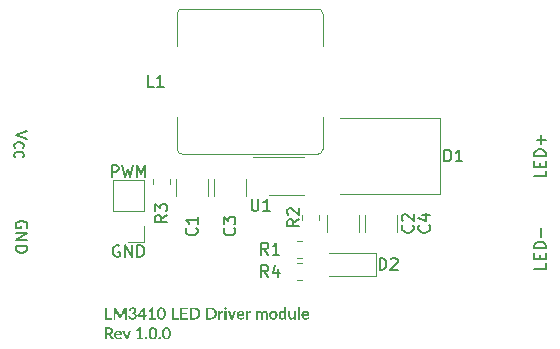
<source format=gto>
%TF.GenerationSoftware,KiCad,Pcbnew,7.0.6*%
%TF.CreationDate,2023-07-17T23:29:13+02:00*%
%TF.ProjectId,bulb_driver,62756c62-5f64-4726-9976-65722e6b6963,rev?*%
%TF.SameCoordinates,Original*%
%TF.FileFunction,Legend,Top*%
%TF.FilePolarity,Positive*%
%FSLAX46Y46*%
G04 Gerber Fmt 4.6, Leading zero omitted, Abs format (unit mm)*
G04 Created by KiCad (PCBNEW 7.0.6) date 2023-07-17 23:29:13*
%MOMM*%
%LPD*%
G01*
G04 APERTURE LIST*
%ADD10C,0.200000*%
%ADD11C,0.150000*%
%ADD12C,0.120000*%
G04 APERTURE END LIST*
D10*
G36*
X95209036Y-94493928D02*
G01*
X95209036Y-94650000D01*
X94613328Y-94650000D01*
X94613328Y-93632972D01*
X94802372Y-93632972D01*
X94802372Y-94493928D01*
X95209036Y-94493928D01*
G37*
G36*
X96443196Y-93632972D02*
G01*
X96443196Y-94650000D01*
X96276378Y-94650000D01*
X96276378Y-93992986D01*
X96276443Y-93983056D01*
X96276637Y-93972928D01*
X96276962Y-93962601D01*
X96277416Y-93952076D01*
X96278000Y-93941352D01*
X96278713Y-93930430D01*
X96279557Y-93919309D01*
X96280530Y-93907990D01*
X95973272Y-94485380D01*
X95967418Y-94495111D01*
X95960846Y-94503545D01*
X95953557Y-94510682D01*
X95945551Y-94516521D01*
X95936827Y-94521062D01*
X95927385Y-94524306D01*
X95917226Y-94526252D01*
X95906350Y-94526901D01*
X95879727Y-94526901D01*
X95868797Y-94526252D01*
X95858600Y-94524306D01*
X95849136Y-94521062D01*
X95840404Y-94516521D01*
X95832405Y-94510682D01*
X95825139Y-94503545D01*
X95818606Y-94495111D01*
X95812805Y-94485380D01*
X95501884Y-93905792D01*
X95502799Y-93915908D01*
X95503620Y-93925954D01*
X95504348Y-93935930D01*
X95504982Y-93945836D01*
X95505303Y-93951465D01*
X95505944Y-93962486D01*
X95506402Y-93973080D01*
X95506677Y-93983247D01*
X95506769Y-93992986D01*
X95506769Y-94650000D01*
X95340195Y-94650000D01*
X95340195Y-93632972D01*
X95482833Y-93632972D01*
X95493245Y-93633113D01*
X95503426Y-93633616D01*
X95504570Y-93633705D01*
X95514393Y-93635027D01*
X95521179Y-93637124D01*
X95529975Y-93641914D01*
X95534612Y-93646161D01*
X95540840Y-93654080D01*
X95546336Y-93663014D01*
X95850907Y-94227948D01*
X95856049Y-94237849D01*
X95861005Y-94247890D01*
X95865773Y-94258071D01*
X95870355Y-94268393D01*
X95872889Y-94274354D01*
X95876718Y-94283381D01*
X95880514Y-94292512D01*
X95884274Y-94301745D01*
X95888001Y-94311082D01*
X95891693Y-94320522D01*
X95892916Y-94323691D01*
X95896689Y-94313960D01*
X95900496Y-94304365D01*
X95904337Y-94294909D01*
X95908212Y-94285589D01*
X95912122Y-94276407D01*
X95913433Y-94273377D01*
X95917423Y-94264287D01*
X95921516Y-94255334D01*
X95926421Y-94245062D01*
X95931467Y-94234977D01*
X95935903Y-94226482D01*
X96236322Y-93663014D01*
X96241378Y-93654619D01*
X96247499Y-93646971D01*
X96248290Y-93646161D01*
X96256175Y-93639912D01*
X96261967Y-93637124D01*
X96271794Y-93634415D01*
X96278332Y-93633705D01*
X96288468Y-93633155D01*
X96298739Y-93632975D01*
X96300314Y-93632972D01*
X96443196Y-93632972D01*
G37*
G36*
X96625645Y-93916294D02*
G01*
X96627788Y-93902758D01*
X96630279Y-93889535D01*
X96633118Y-93876626D01*
X96636304Y-93864030D01*
X96639838Y-93851747D01*
X96643720Y-93839778D01*
X96647950Y-93828123D01*
X96652527Y-93816780D01*
X96657452Y-93805751D01*
X96662725Y-93795036D01*
X96666434Y-93788066D01*
X96672243Y-93777834D01*
X96678315Y-93767928D01*
X96684648Y-93758348D01*
X96691243Y-93749094D01*
X96698100Y-93740167D01*
X96705220Y-93731566D01*
X96712600Y-93723292D01*
X96720243Y-93715343D01*
X96728148Y-93707721D01*
X96736315Y-93700425D01*
X96741905Y-93695743D01*
X96750538Y-93688989D01*
X96759404Y-93682556D01*
X96768502Y-93676446D01*
X96777831Y-93670658D01*
X96787392Y-93665192D01*
X96797186Y-93660048D01*
X96807210Y-93655226D01*
X96817467Y-93650726D01*
X96827956Y-93646548D01*
X96838676Y-93642691D01*
X96845952Y-93640300D01*
X96857066Y-93636939D01*
X96868335Y-93633908D01*
X96879758Y-93631208D01*
X96891335Y-93628839D01*
X96903068Y-93626801D01*
X96914954Y-93625093D01*
X96926996Y-93623715D01*
X96939192Y-93622668D01*
X96951542Y-93621952D01*
X96964047Y-93621566D01*
X96972470Y-93621493D01*
X96985539Y-93621671D01*
X96998367Y-93622206D01*
X97010955Y-93623096D01*
X97023303Y-93624344D01*
X97035410Y-93625947D01*
X97047277Y-93627907D01*
X97058903Y-93630223D01*
X97070289Y-93632896D01*
X97081435Y-93635925D01*
X97092340Y-93639310D01*
X97099476Y-93641765D01*
X97109955Y-93645656D01*
X97120141Y-93649816D01*
X97130036Y-93654248D01*
X97139639Y-93658950D01*
X97148950Y-93663922D01*
X97157968Y-93669165D01*
X97166695Y-93674678D01*
X97175130Y-93680462D01*
X97183273Y-93686517D01*
X97191124Y-93692841D01*
X97196196Y-93697208D01*
X97203544Y-93703958D01*
X97210565Y-93710927D01*
X97217259Y-93718115D01*
X97225678Y-93728039D01*
X97233517Y-93738352D01*
X97240775Y-93749055D01*
X97247454Y-93760147D01*
X97253552Y-93771629D01*
X97257745Y-93780495D01*
X97261587Y-93789540D01*
X97265050Y-93798722D01*
X97268135Y-93808041D01*
X97270843Y-93817498D01*
X97273173Y-93827092D01*
X97275125Y-93836823D01*
X97276699Y-93846692D01*
X97277896Y-93856699D01*
X97278714Y-93866842D01*
X97279155Y-93877124D01*
X97279239Y-93884054D01*
X97279067Y-93895968D01*
X97278552Y-93907532D01*
X97277693Y-93918744D01*
X97276491Y-93929605D01*
X97274946Y-93940115D01*
X97273056Y-93950274D01*
X97270824Y-93960082D01*
X97268248Y-93969539D01*
X97264581Y-93980832D01*
X97260448Y-93991659D01*
X97255851Y-94002022D01*
X97250788Y-94011919D01*
X97245261Y-94021351D01*
X97239268Y-94030318D01*
X97236741Y-94033775D01*
X97230161Y-94042121D01*
X97223093Y-94050061D01*
X97215535Y-94057596D01*
X97207489Y-94064725D01*
X97198953Y-94071449D01*
X97189929Y-94077767D01*
X97186182Y-94080181D01*
X97176597Y-94085979D01*
X97166619Y-94091468D01*
X97156247Y-94096646D01*
X97145482Y-94101514D01*
X97134322Y-94106072D01*
X97125112Y-94109495D01*
X97118039Y-94111933D01*
X97129276Y-94115653D01*
X97140150Y-94119611D01*
X97150662Y-94123805D01*
X97160812Y-94128236D01*
X97170598Y-94132903D01*
X97180023Y-94137807D01*
X97189085Y-94142948D01*
X97197784Y-94148325D01*
X97206121Y-94153938D01*
X97214095Y-94159789D01*
X97225376Y-94169008D01*
X97235842Y-94178760D01*
X97245492Y-94189044D01*
X97254326Y-94199860D01*
X97262401Y-94211206D01*
X97269682Y-94223081D01*
X97276168Y-94235484D01*
X97281861Y-94248415D01*
X97286759Y-94261874D01*
X97290862Y-94275860D01*
X97293157Y-94285478D01*
X97295098Y-94295331D01*
X97296687Y-94305419D01*
X97297922Y-94315741D01*
X97298805Y-94326298D01*
X97299335Y-94337089D01*
X97299511Y-94348115D01*
X97299264Y-94362247D01*
X97298524Y-94376065D01*
X97297289Y-94389570D01*
X97295561Y-94402761D01*
X97293339Y-94415639D01*
X97290624Y-94428203D01*
X97287415Y-94440454D01*
X97283712Y-94452392D01*
X97279515Y-94464016D01*
X97274824Y-94475327D01*
X97271423Y-94482693D01*
X97265983Y-94493475D01*
X97260195Y-94503931D01*
X97254059Y-94514060D01*
X97247575Y-94523863D01*
X97240744Y-94533340D01*
X97233564Y-94542491D01*
X97226038Y-94551315D01*
X97218163Y-94559813D01*
X97209940Y-94567984D01*
X97201370Y-94575830D01*
X97195464Y-94580879D01*
X97186355Y-94588130D01*
X97176979Y-94595047D01*
X97167338Y-94601628D01*
X97157430Y-94607875D01*
X97147257Y-94613787D01*
X97136817Y-94619364D01*
X97126111Y-94624606D01*
X97115138Y-94629514D01*
X97103900Y-94634086D01*
X97092395Y-94638324D01*
X97084577Y-94640963D01*
X97072698Y-94644585D01*
X97060689Y-94647852D01*
X97048552Y-94650762D01*
X97036286Y-94653316D01*
X97023891Y-94655513D01*
X97011367Y-94657354D01*
X96998715Y-94658839D01*
X96985934Y-94659968D01*
X96973024Y-94660740D01*
X96959985Y-94661155D01*
X96951221Y-94661235D01*
X96937056Y-94661080D01*
X96923231Y-94660616D01*
X96909745Y-94659844D01*
X96896598Y-94658762D01*
X96883790Y-94657371D01*
X96871322Y-94655671D01*
X96859192Y-94653661D01*
X96847402Y-94651343D01*
X96835951Y-94648715D01*
X96824839Y-94645779D01*
X96817620Y-94643649D01*
X96807078Y-94640204D01*
X96796794Y-94636462D01*
X96786768Y-94632424D01*
X96776999Y-94628090D01*
X96767488Y-94623460D01*
X96758235Y-94618533D01*
X96749239Y-94613310D01*
X96740500Y-94607791D01*
X96732019Y-94601976D01*
X96723796Y-94595864D01*
X96718457Y-94591625D01*
X96710646Y-94585033D01*
X96703059Y-94578170D01*
X96695694Y-94571037D01*
X96688553Y-94563633D01*
X96681635Y-94555959D01*
X96674940Y-94548014D01*
X96668469Y-94539799D01*
X96662220Y-94531313D01*
X96656195Y-94522556D01*
X96650394Y-94513530D01*
X96646650Y-94507362D01*
X96641184Y-94497838D01*
X96635868Y-94488045D01*
X96630702Y-94477980D01*
X96625687Y-94467646D01*
X96620822Y-94457040D01*
X96616107Y-94446165D01*
X96611543Y-94435018D01*
X96607128Y-94423602D01*
X96602864Y-94411914D01*
X96598751Y-94399957D01*
X96596092Y-94391835D01*
X96672784Y-94360083D01*
X96682153Y-94356644D01*
X96693144Y-94353713D01*
X96703860Y-94352087D01*
X96714301Y-94351767D01*
X96724468Y-94352751D01*
X96729448Y-94353733D01*
X96738833Y-94356515D01*
X96748502Y-94361237D01*
X96756792Y-94367548D01*
X96763703Y-94375449D01*
X96767794Y-94382065D01*
X96772634Y-94391290D01*
X96777629Y-94400463D01*
X96782778Y-94409585D01*
X96788082Y-94418656D01*
X96793540Y-94427675D01*
X96795394Y-94430669D01*
X96801279Y-94439382D01*
X96807575Y-94447751D01*
X96814284Y-94455777D01*
X96821406Y-94463459D01*
X96828939Y-94470798D01*
X96831542Y-94473168D01*
X96839768Y-94479888D01*
X96848509Y-94486128D01*
X96857765Y-94491887D01*
X96867537Y-94497165D01*
X96877824Y-94501962D01*
X96881367Y-94503454D01*
X96892461Y-94507355D01*
X96902283Y-94509989D01*
X96912630Y-94512063D01*
X96923502Y-94513577D01*
X96934898Y-94514530D01*
X96946820Y-94514922D01*
X96949267Y-94514933D01*
X96960143Y-94514708D01*
X96970669Y-94514033D01*
X96980843Y-94512907D01*
X96990666Y-94511331D01*
X97002451Y-94508727D01*
X97013688Y-94505420D01*
X97024376Y-94501409D01*
X97026448Y-94500523D01*
X97036554Y-94495805D01*
X97046111Y-94490658D01*
X97055120Y-94485081D01*
X97063580Y-94479075D01*
X97071492Y-94472640D01*
X97078855Y-94465776D01*
X97081646Y-94462909D01*
X97088318Y-94455533D01*
X97094441Y-94447907D01*
X97101064Y-94438424D01*
X97106897Y-94428581D01*
X97111940Y-94418377D01*
X97114863Y-94411374D01*
X97118599Y-94400649D01*
X97121561Y-94389908D01*
X97123751Y-94379148D01*
X97125167Y-94368372D01*
X97125811Y-94357579D01*
X97125854Y-94353977D01*
X97125664Y-94342695D01*
X97125091Y-94331747D01*
X97124137Y-94321133D01*
X97122801Y-94310853D01*
X97121084Y-94300907D01*
X97118985Y-94291295D01*
X97118039Y-94287543D01*
X97114515Y-94276595D01*
X97109807Y-94266283D01*
X97103914Y-94256605D01*
X97096835Y-94247564D01*
X97090032Y-94240514D01*
X97085554Y-94236496D01*
X97077391Y-94230083D01*
X97068166Y-94224122D01*
X97057880Y-94218615D01*
X97048887Y-94214535D01*
X97039215Y-94210745D01*
X97028863Y-94207246D01*
X97017832Y-94204036D01*
X97014968Y-94203279D01*
X97002943Y-94200474D01*
X96993288Y-94198616D01*
X96983088Y-94196968D01*
X96972342Y-94195531D01*
X96961051Y-94194303D01*
X96949215Y-94193287D01*
X96936834Y-94192480D01*
X96923908Y-94191884D01*
X96910436Y-94191498D01*
X96896419Y-94191323D01*
X96891625Y-94191311D01*
X96891625Y-94067480D01*
X96903431Y-94067251D01*
X96914850Y-94066836D01*
X96925882Y-94066237D01*
X96936528Y-94065454D01*
X96946788Y-94064486D01*
X96956661Y-94063333D01*
X96969224Y-94061509D01*
X96981100Y-94059356D01*
X96992290Y-94056876D01*
X96997627Y-94055512D01*
X97007919Y-94052566D01*
X97017670Y-94049345D01*
X97026879Y-94045850D01*
X97037628Y-94041093D01*
X97047530Y-94035908D01*
X97056585Y-94030293D01*
X97064794Y-94024249D01*
X97072280Y-94017794D01*
X97080271Y-94009528D01*
X97087180Y-94000695D01*
X97093008Y-93991295D01*
X97097753Y-93981329D01*
X97099720Y-93976133D01*
X97103041Y-93965403D01*
X97105674Y-93954278D01*
X97107620Y-93942757D01*
X97108717Y-93932855D01*
X97109337Y-93922679D01*
X97109490Y-93914340D01*
X97109138Y-93901179D01*
X97108082Y-93888623D01*
X97106322Y-93876673D01*
X97103857Y-93865327D01*
X97100689Y-93854588D01*
X97096816Y-93844453D01*
X97092239Y-93834924D01*
X97086959Y-93826000D01*
X97080974Y-93817682D01*
X97074285Y-93809969D01*
X97069434Y-93805163D01*
X97061690Y-93798485D01*
X97053477Y-93792464D01*
X97044797Y-93787099D01*
X97035649Y-93782392D01*
X97026032Y-93778341D01*
X97015948Y-93774947D01*
X97005396Y-93772210D01*
X96994375Y-93770130D01*
X96982887Y-93768707D01*
X96970931Y-93767940D01*
X96962700Y-93767794D01*
X96951240Y-93768103D01*
X96940123Y-93769031D01*
X96929350Y-93770576D01*
X96918920Y-93772740D01*
X96908833Y-93775522D01*
X96905547Y-93776587D01*
X96896019Y-93780133D01*
X96886851Y-93784178D01*
X96878044Y-93788720D01*
X96869598Y-93793760D01*
X96861512Y-93799299D01*
X96858897Y-93801256D01*
X96850130Y-93808458D01*
X96841994Y-93816175D01*
X96834489Y-93824407D01*
X96827615Y-93833152D01*
X96823970Y-93838381D01*
X96818207Y-93847781D01*
X96813098Y-93857601D01*
X96808643Y-93867843D01*
X96804843Y-93878505D01*
X96802965Y-93884787D01*
X96799040Y-93894331D01*
X96793843Y-93904383D01*
X96788113Y-93912907D01*
X96780754Y-93920919D01*
X96772672Y-93926852D01*
X96771458Y-93927529D01*
X96762257Y-93931353D01*
X96751536Y-93933633D01*
X96741138Y-93934360D01*
X96729623Y-93933954D01*
X96719175Y-93932749D01*
X96716992Y-93932414D01*
X96625645Y-93916294D01*
G37*
G36*
X98013677Y-94266538D02*
G01*
X98141660Y-94266538D01*
X98141660Y-94367166D01*
X98140355Y-94377241D01*
X98136440Y-94386217D01*
X98132379Y-94391591D01*
X98124502Y-94397693D01*
X98114427Y-94400979D01*
X98106489Y-94401605D01*
X98013677Y-94401605D01*
X98013677Y-94650000D01*
X97862491Y-94650000D01*
X97862491Y-94401605D01*
X97433356Y-94401605D01*
X97422771Y-94400555D01*
X97412996Y-94397407D01*
X97404033Y-94392159D01*
X97402337Y-94390858D01*
X97394919Y-94383488D01*
X97389457Y-94375116D01*
X97385951Y-94365742D01*
X97385484Y-94363747D01*
X97367166Y-94275819D01*
X97374115Y-94266538D01*
X97552791Y-94266538D01*
X97862491Y-94266538D01*
X97862491Y-93933879D01*
X97862586Y-93921942D01*
X97862872Y-93909699D01*
X97863349Y-93897151D01*
X97864017Y-93884298D01*
X97864643Y-93874458D01*
X97865377Y-93864446D01*
X97866218Y-93854262D01*
X97867166Y-93843907D01*
X97868221Y-93833379D01*
X97868597Y-93829832D01*
X97552791Y-94266538D01*
X97374115Y-94266538D01*
X97849057Y-93632240D01*
X98013677Y-93632240D01*
X98013677Y-94266538D01*
G37*
G36*
X98901500Y-94519818D02*
G01*
X98901500Y-94650000D01*
X98338764Y-94650000D01*
X98338764Y-94519818D01*
X98544905Y-94519818D01*
X98544905Y-93926796D01*
X98544953Y-93915758D01*
X98545096Y-93904624D01*
X98545335Y-93893394D01*
X98545669Y-93882069D01*
X98546098Y-93870649D01*
X98546623Y-93859134D01*
X98546859Y-93854501D01*
X98400558Y-93976866D01*
X98391884Y-93982717D01*
X98382553Y-93987125D01*
X98375645Y-93989078D01*
X98365924Y-93990337D01*
X98355906Y-93990070D01*
X98352442Y-93989567D01*
X98342675Y-93986862D01*
X98333439Y-93982557D01*
X98332903Y-93982240D01*
X98324874Y-93975885D01*
X98320446Y-93970516D01*
X98265491Y-93895289D01*
X98575680Y-93631507D01*
X98718562Y-93631507D01*
X98718562Y-94519818D01*
X98901500Y-94519818D01*
G37*
G36*
X99401820Y-93621616D02*
G01*
X99411616Y-93621985D01*
X99426154Y-93623001D01*
X99440502Y-93624570D01*
X99454661Y-93626693D01*
X99468632Y-93629370D01*
X99482413Y-93632600D01*
X99496006Y-93636385D01*
X99509410Y-93640723D01*
X99522625Y-93645616D01*
X99535651Y-93651062D01*
X99539951Y-93653000D01*
X99552658Y-93659150D01*
X99565044Y-93665874D01*
X99577107Y-93673175D01*
X99588849Y-93681050D01*
X99600268Y-93689501D01*
X99611366Y-93698527D01*
X99622141Y-93708128D01*
X99632595Y-93718305D01*
X99639385Y-93725409D01*
X99646032Y-93732768D01*
X99652536Y-93740384D01*
X99658897Y-93748255D01*
X99665100Y-93756386D01*
X99671132Y-93764783D01*
X99676992Y-93773445D01*
X99682680Y-93782373D01*
X99688197Y-93791565D01*
X99693541Y-93801023D01*
X99698714Y-93810746D01*
X99703715Y-93820734D01*
X99708545Y-93830987D01*
X99713203Y-93841506D01*
X99717689Y-93852290D01*
X99722003Y-93863339D01*
X99726146Y-93874653D01*
X99730117Y-93886233D01*
X99733916Y-93898078D01*
X99737543Y-93910188D01*
X99741004Y-93922540D01*
X99744241Y-93935173D01*
X99747255Y-93948087D01*
X99750045Y-93961280D01*
X99752613Y-93974755D01*
X99754957Y-93988510D01*
X99757078Y-94002545D01*
X99758975Y-94016861D01*
X99760650Y-94031457D01*
X99762101Y-94046334D01*
X99763329Y-94061492D01*
X99764334Y-94076929D01*
X99765115Y-94092648D01*
X99765673Y-94108647D01*
X99766008Y-94124926D01*
X99766120Y-94141486D01*
X99766008Y-94157959D01*
X99765673Y-94174161D01*
X99765115Y-94190092D01*
X99764334Y-94205752D01*
X99763329Y-94221141D01*
X99762101Y-94236260D01*
X99760650Y-94251107D01*
X99758975Y-94265683D01*
X99757078Y-94279989D01*
X99754957Y-94294023D01*
X99752613Y-94307787D01*
X99750045Y-94321279D01*
X99747255Y-94334501D01*
X99744241Y-94347451D01*
X99741004Y-94360131D01*
X99737543Y-94372540D01*
X99733916Y-94384679D01*
X99730117Y-94396552D01*
X99726146Y-94408157D01*
X99722003Y-94419495D01*
X99717689Y-94430566D01*
X99713203Y-94441370D01*
X99708545Y-94451907D01*
X99703715Y-94462177D01*
X99698714Y-94472179D01*
X99693541Y-94481915D01*
X99688197Y-94491383D01*
X99682680Y-94500584D01*
X99676992Y-94509518D01*
X99671132Y-94518185D01*
X99665100Y-94526584D01*
X99658897Y-94534717D01*
X99652536Y-94542588D01*
X99646032Y-94550203D01*
X99639385Y-94557563D01*
X99632595Y-94564667D01*
X99622141Y-94574844D01*
X99611366Y-94584445D01*
X99600268Y-94593471D01*
X99588849Y-94601922D01*
X99577107Y-94609797D01*
X99565044Y-94617097D01*
X99552658Y-94623822D01*
X99539951Y-94629972D01*
X99526988Y-94635559D01*
X99513836Y-94640596D01*
X99500495Y-94645084D01*
X99486965Y-94649023D01*
X99473247Y-94652411D01*
X99459339Y-94655251D01*
X99445243Y-94657540D01*
X99430957Y-94659281D01*
X99416483Y-94660471D01*
X99401820Y-94661113D01*
X99391939Y-94661235D01*
X99382032Y-94661113D01*
X99372217Y-94660746D01*
X99357665Y-94659739D01*
X99343320Y-94658182D01*
X99329181Y-94656075D01*
X99315247Y-94653419D01*
X99301520Y-94650213D01*
X99287999Y-94646458D01*
X99274684Y-94642153D01*
X99261575Y-94637299D01*
X99248672Y-94631895D01*
X99244417Y-94629972D01*
X99231842Y-94623822D01*
X99219581Y-94617097D01*
X99207634Y-94609797D01*
X99195999Y-94601922D01*
X99184679Y-94593471D01*
X99173671Y-94584445D01*
X99162977Y-94574844D01*
X99152597Y-94564667D01*
X99145851Y-94557563D01*
X99139244Y-94550203D01*
X99132776Y-94542588D01*
X99126448Y-94534717D01*
X99120304Y-94526584D01*
X99114331Y-94518185D01*
X99108527Y-94509518D01*
X99102893Y-94500584D01*
X99097429Y-94491383D01*
X99092135Y-94481915D01*
X99087011Y-94472179D01*
X99082056Y-94462177D01*
X99077272Y-94451907D01*
X99072657Y-94441370D01*
X99068212Y-94430566D01*
X99063937Y-94419495D01*
X99059831Y-94408157D01*
X99055896Y-94396552D01*
X99052130Y-94384679D01*
X99048534Y-94372540D01*
X99045133Y-94360131D01*
X99041951Y-94347451D01*
X99038989Y-94334501D01*
X99036246Y-94321279D01*
X99033722Y-94307787D01*
X99031418Y-94294023D01*
X99029333Y-94279989D01*
X99027468Y-94265683D01*
X99025822Y-94251107D01*
X99024396Y-94236260D01*
X99023189Y-94221141D01*
X99022202Y-94205752D01*
X99021434Y-94190092D01*
X99020885Y-94174161D01*
X99020556Y-94157959D01*
X99020446Y-94141486D01*
X99199720Y-94141486D01*
X99199782Y-94155138D01*
X99199968Y-94168494D01*
X99200278Y-94181554D01*
X99200713Y-94194319D01*
X99201271Y-94206787D01*
X99201953Y-94218960D01*
X99202759Y-94230838D01*
X99203689Y-94242419D01*
X99204744Y-94253705D01*
X99205922Y-94264695D01*
X99207224Y-94275389D01*
X99208650Y-94285788D01*
X99210201Y-94295890D01*
X99211875Y-94305697D01*
X99214619Y-94319853D01*
X99215596Y-94324424D01*
X99218667Y-94337722D01*
X99221927Y-94350504D01*
X99225376Y-94362772D01*
X99229014Y-94374524D01*
X99232841Y-94385761D01*
X99236857Y-94396483D01*
X99241061Y-94406690D01*
X99245455Y-94416381D01*
X99250037Y-94425557D01*
X99254809Y-94434219D01*
X99258094Y-94439706D01*
X99264933Y-94450052D01*
X99272016Y-94459597D01*
X99279344Y-94468340D01*
X99286915Y-94476282D01*
X99294731Y-94483422D01*
X99302791Y-94489761D01*
X99311095Y-94495298D01*
X99319644Y-94500034D01*
X99330618Y-94504960D01*
X99341711Y-94509050D01*
X99352924Y-94512306D01*
X99364256Y-94514727D01*
X99375707Y-94516313D01*
X99387278Y-94517065D01*
X99391939Y-94517131D01*
X99403704Y-94516714D01*
X99415338Y-94515462D01*
X99426841Y-94513375D01*
X99438212Y-94510453D01*
X99449452Y-94506696D01*
X99460561Y-94502105D01*
X99464968Y-94500034D01*
X99473635Y-94495298D01*
X99482050Y-94489761D01*
X99490213Y-94483422D01*
X99498124Y-94476282D01*
X99505783Y-94468340D01*
X99513191Y-94459597D01*
X99520346Y-94450052D01*
X99527250Y-94439706D01*
X99533856Y-94428502D01*
X99538585Y-94419497D01*
X99543121Y-94409977D01*
X99547464Y-94399943D01*
X99551613Y-94389392D01*
X99555570Y-94378327D01*
X99559333Y-94366746D01*
X99562903Y-94354651D01*
X99566279Y-94342040D01*
X99569463Y-94328914D01*
X99570481Y-94324424D01*
X99573362Y-94310490D01*
X99575125Y-94300831D01*
X99576762Y-94290876D01*
X99578273Y-94280625D01*
X99579659Y-94270079D01*
X99580918Y-94259237D01*
X99582052Y-94248099D01*
X99583059Y-94236665D01*
X99583941Y-94224936D01*
X99584696Y-94212911D01*
X99585326Y-94200590D01*
X99585830Y-94187973D01*
X99586207Y-94175061D01*
X99586459Y-94161853D01*
X99586585Y-94148349D01*
X99586601Y-94141486D01*
X99586538Y-94127834D01*
X99586349Y-94114478D01*
X99586034Y-94101418D01*
X99585594Y-94088653D01*
X99585027Y-94076184D01*
X99584334Y-94064011D01*
X99583516Y-94052134D01*
X99582571Y-94040553D01*
X99581501Y-94029267D01*
X99580304Y-94018277D01*
X99578982Y-94007583D01*
X99577534Y-93997184D01*
X99575959Y-93987081D01*
X99574259Y-93977275D01*
X99571473Y-93963119D01*
X99570481Y-93958548D01*
X99567362Y-93945209D01*
X99564050Y-93932393D01*
X99560544Y-93920101D01*
X99556845Y-93908333D01*
X99552953Y-93897089D01*
X99548868Y-93886369D01*
X99544590Y-93876172D01*
X99540119Y-93866499D01*
X99535454Y-93857350D01*
X99530596Y-93848725D01*
X99527250Y-93843265D01*
X99520346Y-93832923D01*
X99513191Y-93823390D01*
X99505783Y-93814666D01*
X99498124Y-93806751D01*
X99490213Y-93799645D01*
X99482050Y-93793348D01*
X99473635Y-93787860D01*
X99464968Y-93783182D01*
X99453912Y-93778186D01*
X99442724Y-93774037D01*
X99431405Y-93770735D01*
X99419955Y-93768279D01*
X99408374Y-93766670D01*
X99396661Y-93765908D01*
X99391939Y-93765840D01*
X99380321Y-93766264D01*
X99368822Y-93767534D01*
X99357443Y-93769651D01*
X99346182Y-93772614D01*
X99335041Y-93776425D01*
X99324019Y-93781082D01*
X99319644Y-93783182D01*
X99308996Y-93789157D01*
X99300753Y-93794847D01*
X99292754Y-93801346D01*
X99284999Y-93808654D01*
X99277489Y-93816771D01*
X99270223Y-93825698D01*
X99263201Y-93835433D01*
X99258094Y-93843265D01*
X99251607Y-93854417D01*
X99246961Y-93863391D01*
X99242505Y-93872889D01*
X99238237Y-93882911D01*
X99234159Y-93893457D01*
X99230269Y-93904527D01*
X99226568Y-93916120D01*
X99223056Y-93928238D01*
X99219733Y-93940879D01*
X99216599Y-93954043D01*
X99215596Y-93958548D01*
X99212759Y-93972482D01*
X99211023Y-93982141D01*
X99209410Y-93992096D01*
X99207922Y-94002346D01*
X99206557Y-94012893D01*
X99205317Y-94023735D01*
X99204201Y-94034873D01*
X99203209Y-94046306D01*
X99202340Y-94058036D01*
X99201596Y-94070061D01*
X99200976Y-94082382D01*
X99200480Y-94094998D01*
X99200108Y-94107911D01*
X99199860Y-94121119D01*
X99199736Y-94134623D01*
X99199720Y-94141486D01*
X99020446Y-94141486D01*
X99020556Y-94124926D01*
X99020885Y-94108647D01*
X99021434Y-94092648D01*
X99022202Y-94076929D01*
X99023189Y-94061492D01*
X99024396Y-94046334D01*
X99025822Y-94031457D01*
X99027468Y-94016861D01*
X99029333Y-94002545D01*
X99031418Y-93988510D01*
X99033722Y-93974755D01*
X99036246Y-93961280D01*
X99038989Y-93948087D01*
X99041951Y-93935173D01*
X99045133Y-93922540D01*
X99048534Y-93910188D01*
X99052130Y-93898078D01*
X99055896Y-93886233D01*
X99059831Y-93874653D01*
X99063937Y-93863339D01*
X99068212Y-93852290D01*
X99072657Y-93841506D01*
X99077272Y-93830987D01*
X99082056Y-93820734D01*
X99087011Y-93810746D01*
X99092135Y-93801023D01*
X99097429Y-93791565D01*
X99102893Y-93782373D01*
X99108527Y-93773445D01*
X99114331Y-93764783D01*
X99120304Y-93756386D01*
X99126448Y-93748255D01*
X99132776Y-93740384D01*
X99139244Y-93732768D01*
X99145851Y-93725409D01*
X99152597Y-93718305D01*
X99162977Y-93708128D01*
X99173671Y-93698527D01*
X99184679Y-93689501D01*
X99195999Y-93681050D01*
X99207634Y-93673175D01*
X99219581Y-93665874D01*
X99231842Y-93659150D01*
X99244417Y-93653000D01*
X99257251Y-93647369D01*
X99270291Y-93642293D01*
X99283538Y-93637770D01*
X99296990Y-93633800D01*
X99310649Y-93630385D01*
X99324513Y-93627524D01*
X99338584Y-93625216D01*
X99352861Y-93623462D01*
X99367343Y-93622262D01*
X99377113Y-93621770D01*
X99386974Y-93621524D01*
X99391939Y-93621493D01*
X99401820Y-93621616D01*
G37*
G36*
X100846161Y-94493928D02*
G01*
X100846161Y-94650000D01*
X100250453Y-94650000D01*
X100250453Y-93632972D01*
X100439497Y-93632972D01*
X100439497Y-94493928D01*
X100846161Y-94493928D01*
G37*
G36*
X101167096Y-93783426D02*
G01*
X101167096Y-94065526D01*
X101523203Y-94065526D01*
X101523203Y-94211095D01*
X101167096Y-94211095D01*
X101167096Y-94498813D01*
X101618702Y-94498813D01*
X101618702Y-94650000D01*
X100977320Y-94650000D01*
X100977320Y-93632972D01*
X101618702Y-93632972D01*
X101618702Y-93783426D01*
X101167096Y-93783426D01*
G37*
G36*
X102184377Y-93633119D02*
G01*
X102198629Y-93633560D01*
X102212716Y-93634295D01*
X102226637Y-93635323D01*
X102240392Y-93636645D01*
X102253981Y-93638262D01*
X102267404Y-93640172D01*
X102280661Y-93642376D01*
X102293752Y-93644873D01*
X102306676Y-93647665D01*
X102319435Y-93650750D01*
X102332028Y-93654130D01*
X102344455Y-93657803D01*
X102356716Y-93661770D01*
X102368810Y-93666031D01*
X102380739Y-93670586D01*
X102392508Y-93675403D01*
X102404061Y-93680451D01*
X102415398Y-93685730D01*
X102426519Y-93691239D01*
X102437425Y-93696980D01*
X102448116Y-93702952D01*
X102458591Y-93709154D01*
X102468850Y-93715587D01*
X102478893Y-93722252D01*
X102488721Y-93729147D01*
X102498334Y-93736273D01*
X102507730Y-93743630D01*
X102516911Y-93751217D01*
X102525877Y-93759036D01*
X102534627Y-93767085D01*
X102543161Y-93775366D01*
X102551499Y-93783865D01*
X102559601Y-93792570D01*
X102567467Y-93801481D01*
X102575095Y-93810598D01*
X102582488Y-93819921D01*
X102589643Y-93829450D01*
X102596562Y-93839186D01*
X102603244Y-93849127D01*
X102609690Y-93859275D01*
X102615899Y-93869628D01*
X102621872Y-93880188D01*
X102627608Y-93890954D01*
X102633107Y-93901926D01*
X102638370Y-93913104D01*
X102643396Y-93924488D01*
X102648185Y-93936078D01*
X102652710Y-93947842D01*
X102656944Y-93959750D01*
X102660885Y-93971801D01*
X102664534Y-93983995D01*
X102667892Y-93996332D01*
X102670957Y-94008812D01*
X102673730Y-94021436D01*
X102676212Y-94034202D01*
X102678402Y-94047112D01*
X102680299Y-94060164D01*
X102681905Y-94073360D01*
X102683219Y-94086699D01*
X102684241Y-94100181D01*
X102684970Y-94113806D01*
X102685408Y-94127575D01*
X102685554Y-94141486D01*
X102685408Y-94155397D01*
X102684970Y-94169165D01*
X102684241Y-94182791D01*
X102683219Y-94196273D01*
X102681905Y-94209612D01*
X102680299Y-94222807D01*
X102678402Y-94235860D01*
X102676212Y-94248770D01*
X102673730Y-94261536D01*
X102670957Y-94274159D01*
X102667892Y-94286640D01*
X102664534Y-94298977D01*
X102660885Y-94311171D01*
X102656944Y-94323222D01*
X102652710Y-94335129D01*
X102648185Y-94346894D01*
X102643396Y-94358486D01*
X102638370Y-94369876D01*
X102633107Y-94381063D01*
X102627608Y-94392049D01*
X102621872Y-94402831D01*
X102615899Y-94413412D01*
X102609690Y-94423791D01*
X102603244Y-94433967D01*
X102596562Y-94443941D01*
X102589643Y-94453712D01*
X102582488Y-94463282D01*
X102575095Y-94472649D01*
X102567467Y-94481813D01*
X102559601Y-94490776D01*
X102551499Y-94499536D01*
X102543161Y-94508094D01*
X102534627Y-94516403D01*
X102525877Y-94524478D01*
X102516911Y-94532317D01*
X102507730Y-94539922D01*
X102498334Y-94547293D01*
X102488721Y-94554428D01*
X102478893Y-94561329D01*
X102468850Y-94567995D01*
X102458591Y-94574426D01*
X102448116Y-94580623D01*
X102437425Y-94586585D01*
X102426519Y-94592312D01*
X102415398Y-94597805D01*
X102404061Y-94603063D01*
X102392508Y-94608086D01*
X102380739Y-94612875D01*
X102368810Y-94617370D01*
X102356716Y-94621576D01*
X102344455Y-94625491D01*
X102332028Y-94629117D01*
X102319435Y-94632452D01*
X102306676Y-94635498D01*
X102293752Y-94638253D01*
X102280661Y-94640718D01*
X102267404Y-94642894D01*
X102253981Y-94644779D01*
X102240392Y-94646374D01*
X102226637Y-94647679D01*
X102212716Y-94648694D01*
X102198629Y-94649419D01*
X102184377Y-94649854D01*
X102169958Y-94650000D01*
X101782344Y-94650000D01*
X101782344Y-93783426D01*
X101972121Y-93783426D01*
X101972121Y-94499546D01*
X102169958Y-94499546D01*
X102183792Y-94499329D01*
X102197361Y-94498679D01*
X102210663Y-94497595D01*
X102223699Y-94496077D01*
X102236468Y-94494126D01*
X102248972Y-94491741D01*
X102261210Y-94488922D01*
X102273181Y-94485670D01*
X102284886Y-94481984D01*
X102296325Y-94477865D01*
X102303803Y-94474877D01*
X102314820Y-94470065D01*
X102325524Y-94464880D01*
X102335915Y-94459320D01*
X102345992Y-94453388D01*
X102355756Y-94447082D01*
X102365206Y-94440402D01*
X102374343Y-94433349D01*
X102383166Y-94425922D01*
X102391676Y-94418122D01*
X102399873Y-94409948D01*
X102405163Y-94404291D01*
X102412823Y-94395458D01*
X102420139Y-94386268D01*
X102427111Y-94376722D01*
X102433740Y-94366819D01*
X102440025Y-94356560D01*
X102445967Y-94345945D01*
X102451566Y-94334973D01*
X102456821Y-94323645D01*
X102461732Y-94311961D01*
X102466301Y-94299920D01*
X102469155Y-94291695D01*
X102473127Y-94279045D01*
X102476709Y-94266098D01*
X102479899Y-94252856D01*
X102482699Y-94239317D01*
X102485108Y-94225481D01*
X102487127Y-94211350D01*
X102488755Y-94196922D01*
X102489623Y-94187139D01*
X102490318Y-94177224D01*
X102490839Y-94167178D01*
X102491186Y-94157000D01*
X102491360Y-94146690D01*
X102491381Y-94141486D01*
X102491294Y-94131082D01*
X102491034Y-94120813D01*
X102490600Y-94110680D01*
X102489992Y-94100682D01*
X102489211Y-94090820D01*
X102488256Y-94081093D01*
X102486498Y-94066757D01*
X102484349Y-94052726D01*
X102481809Y-94038999D01*
X102478879Y-94025577D01*
X102475558Y-94012461D01*
X102471847Y-93999649D01*
X102469155Y-93991277D01*
X102464816Y-93978998D01*
X102460133Y-93967076D01*
X102455107Y-93955511D01*
X102449738Y-93944302D01*
X102444025Y-93933449D01*
X102437968Y-93922952D01*
X102431568Y-93912812D01*
X102424825Y-93903029D01*
X102417738Y-93893601D01*
X102410308Y-93884530D01*
X102405163Y-93878681D01*
X102397176Y-93870216D01*
X102388875Y-93862134D01*
X102380260Y-93854434D01*
X102371332Y-93847116D01*
X102362091Y-93840180D01*
X102352536Y-93833626D01*
X102342668Y-93827455D01*
X102332486Y-93821665D01*
X102321991Y-93816258D01*
X102311182Y-93811232D01*
X102303803Y-93808094D01*
X102292541Y-93803686D01*
X102281014Y-93799711D01*
X102269220Y-93796170D01*
X102257160Y-93793062D01*
X102244834Y-93790388D01*
X102232241Y-93788148D01*
X102219383Y-93786341D01*
X102206258Y-93784968D01*
X102192867Y-93784028D01*
X102179210Y-93783522D01*
X102169958Y-93783426D01*
X101972121Y-93783426D01*
X101782344Y-93783426D01*
X101782344Y-93632972D01*
X102169958Y-93632972D01*
X102184377Y-93633119D01*
G37*
G36*
X103588284Y-93633119D02*
G01*
X103602537Y-93633560D01*
X103616624Y-93634295D01*
X103630545Y-93635323D01*
X103644300Y-93636645D01*
X103657889Y-93638262D01*
X103671312Y-93640172D01*
X103684569Y-93642376D01*
X103697659Y-93644873D01*
X103710584Y-93647665D01*
X103723343Y-93650750D01*
X103735936Y-93654130D01*
X103748363Y-93657803D01*
X103760624Y-93661770D01*
X103772718Y-93666031D01*
X103784647Y-93670586D01*
X103796416Y-93675403D01*
X103807968Y-93680451D01*
X103819306Y-93685730D01*
X103830427Y-93691239D01*
X103841333Y-93696980D01*
X103852024Y-93702952D01*
X103862499Y-93709154D01*
X103872758Y-93715587D01*
X103882801Y-93722252D01*
X103892629Y-93729147D01*
X103902241Y-93736273D01*
X103911638Y-93743630D01*
X103920819Y-93751217D01*
X103929785Y-93759036D01*
X103938534Y-93767085D01*
X103947069Y-93775366D01*
X103955407Y-93783865D01*
X103963509Y-93792570D01*
X103971375Y-93801481D01*
X103979003Y-93810598D01*
X103986396Y-93819921D01*
X103993551Y-93829450D01*
X104000470Y-93839186D01*
X104007152Y-93849127D01*
X104013598Y-93859275D01*
X104019807Y-93869628D01*
X104025780Y-93880188D01*
X104031516Y-93890954D01*
X104037015Y-93901926D01*
X104042278Y-93913104D01*
X104047304Y-93924488D01*
X104052093Y-93936078D01*
X104056618Y-93947842D01*
X104060851Y-93959750D01*
X104064793Y-93971801D01*
X104068442Y-93983995D01*
X104071799Y-93996332D01*
X104074865Y-94008812D01*
X104077638Y-94021436D01*
X104080120Y-94034202D01*
X104082309Y-94047112D01*
X104084207Y-94060164D01*
X104085813Y-94073360D01*
X104087127Y-94086699D01*
X104088148Y-94100181D01*
X104088878Y-94113806D01*
X104089316Y-94127575D01*
X104089462Y-94141486D01*
X104089316Y-94155397D01*
X104088878Y-94169165D01*
X104088148Y-94182791D01*
X104087127Y-94196273D01*
X104085813Y-94209612D01*
X104084207Y-94222807D01*
X104082309Y-94235860D01*
X104080120Y-94248770D01*
X104077638Y-94261536D01*
X104074865Y-94274159D01*
X104071799Y-94286640D01*
X104068442Y-94298977D01*
X104064793Y-94311171D01*
X104060851Y-94323222D01*
X104056618Y-94335129D01*
X104052093Y-94346894D01*
X104047304Y-94358486D01*
X104042278Y-94369876D01*
X104037015Y-94381063D01*
X104031516Y-94392049D01*
X104025780Y-94402831D01*
X104019807Y-94413412D01*
X104013598Y-94423791D01*
X104007152Y-94433967D01*
X104000470Y-94443941D01*
X103993551Y-94453712D01*
X103986396Y-94463282D01*
X103979003Y-94472649D01*
X103971375Y-94481813D01*
X103963509Y-94490776D01*
X103955407Y-94499536D01*
X103947069Y-94508094D01*
X103938534Y-94516403D01*
X103929785Y-94524478D01*
X103920819Y-94532317D01*
X103911638Y-94539922D01*
X103902241Y-94547293D01*
X103892629Y-94554428D01*
X103882801Y-94561329D01*
X103872758Y-94567995D01*
X103862499Y-94574426D01*
X103852024Y-94580623D01*
X103841333Y-94586585D01*
X103830427Y-94592312D01*
X103819306Y-94597805D01*
X103807968Y-94603063D01*
X103796416Y-94608086D01*
X103784647Y-94612875D01*
X103772718Y-94617370D01*
X103760624Y-94621576D01*
X103748363Y-94625491D01*
X103735936Y-94629117D01*
X103723343Y-94632452D01*
X103710584Y-94635498D01*
X103697659Y-94638253D01*
X103684569Y-94640718D01*
X103671312Y-94642894D01*
X103657889Y-94644779D01*
X103644300Y-94646374D01*
X103630545Y-94647679D01*
X103616624Y-94648694D01*
X103602537Y-94649419D01*
X103588284Y-94649854D01*
X103573866Y-94650000D01*
X103186252Y-94650000D01*
X103186252Y-93783426D01*
X103376029Y-93783426D01*
X103376029Y-94499546D01*
X103573866Y-94499546D01*
X103587700Y-94499329D01*
X103601268Y-94498679D01*
X103614571Y-94497595D01*
X103627607Y-94496077D01*
X103640376Y-94494126D01*
X103652880Y-94491741D01*
X103665117Y-94488922D01*
X103677089Y-94485670D01*
X103688794Y-94481984D01*
X103700233Y-94477865D01*
X103707711Y-94474877D01*
X103718728Y-94470065D01*
X103729432Y-94464880D01*
X103739823Y-94459320D01*
X103749900Y-94453388D01*
X103759663Y-94447082D01*
X103769114Y-94440402D01*
X103778251Y-94433349D01*
X103787074Y-94425922D01*
X103795584Y-94418122D01*
X103803781Y-94409948D01*
X103809071Y-94404291D01*
X103816731Y-94395458D01*
X103824047Y-94386268D01*
X103831019Y-94376722D01*
X103837648Y-94366819D01*
X103843933Y-94356560D01*
X103849875Y-94345945D01*
X103855474Y-94334973D01*
X103860729Y-94323645D01*
X103865640Y-94311961D01*
X103870208Y-94299920D01*
X103873063Y-94291695D01*
X103877035Y-94279045D01*
X103880616Y-94266098D01*
X103883807Y-94252856D01*
X103886607Y-94239317D01*
X103889016Y-94225481D01*
X103891035Y-94211350D01*
X103892663Y-94196922D01*
X103893531Y-94187139D01*
X103894226Y-94177224D01*
X103894746Y-94167178D01*
X103895094Y-94157000D01*
X103895267Y-94146690D01*
X103895289Y-94141486D01*
X103895202Y-94131082D01*
X103894942Y-94120813D01*
X103894508Y-94110680D01*
X103893900Y-94100682D01*
X103893119Y-94090820D01*
X103892164Y-94081093D01*
X103890405Y-94066757D01*
X103888257Y-94052726D01*
X103885717Y-94038999D01*
X103882787Y-94025577D01*
X103879466Y-94012461D01*
X103875754Y-93999649D01*
X103873063Y-93991277D01*
X103868724Y-93978998D01*
X103864041Y-93967076D01*
X103859015Y-93955511D01*
X103853646Y-93944302D01*
X103847933Y-93933449D01*
X103841876Y-93922952D01*
X103835476Y-93912812D01*
X103828733Y-93903029D01*
X103821646Y-93893601D01*
X103814216Y-93884530D01*
X103809071Y-93878681D01*
X103801084Y-93870216D01*
X103792782Y-93862134D01*
X103784168Y-93854434D01*
X103775240Y-93847116D01*
X103765999Y-93840180D01*
X103756444Y-93833626D01*
X103746576Y-93827455D01*
X103736394Y-93821665D01*
X103725899Y-93816258D01*
X103715090Y-93811232D01*
X103707711Y-93808094D01*
X103696449Y-93803686D01*
X103684922Y-93799711D01*
X103673128Y-93796170D01*
X103661068Y-93793062D01*
X103648742Y-93790388D01*
X103636149Y-93788148D01*
X103623291Y-93786341D01*
X103610166Y-93784968D01*
X103596775Y-93784028D01*
X103583118Y-93783522D01*
X103573866Y-93783426D01*
X103376029Y-93783426D01*
X103186252Y-93783426D01*
X103186252Y-93632972D01*
X103573866Y-93632972D01*
X103588284Y-93633119D01*
G37*
G36*
X104373761Y-94053558D02*
G01*
X104380236Y-94041667D01*
X104386930Y-94030266D01*
X104393843Y-94019353D01*
X104400975Y-94008931D01*
X104408326Y-93998997D01*
X104415896Y-93989553D01*
X104423684Y-93980599D01*
X104431692Y-93972134D01*
X104439919Y-93964158D01*
X104448365Y-93956672D01*
X104454117Y-93951953D01*
X104462966Y-93945319D01*
X104472112Y-93939337D01*
X104481553Y-93934007D01*
X104491291Y-93929330D01*
X104501325Y-93925306D01*
X104511656Y-93921934D01*
X104522283Y-93919215D01*
X104533206Y-93917149D01*
X104544425Y-93915735D01*
X104555940Y-93914974D01*
X104563782Y-93914829D01*
X104575933Y-93915172D01*
X104587473Y-93916202D01*
X104598403Y-93917920D01*
X104608722Y-93920324D01*
X104618431Y-93923415D01*
X104627529Y-93927193D01*
X104638043Y-93932882D01*
X104643893Y-93936810D01*
X104632658Y-94066748D01*
X104629012Y-94076458D01*
X104622824Y-94084479D01*
X104622400Y-94084822D01*
X104613513Y-94089166D01*
X104604570Y-94090195D01*
X104594344Y-94089631D01*
X104584174Y-94088428D01*
X104573307Y-94086775D01*
X104562988Y-94085173D01*
X104552791Y-94084028D01*
X104542716Y-94083341D01*
X104532763Y-94083112D01*
X104522178Y-94083412D01*
X104512040Y-94084314D01*
X104502349Y-94085817D01*
X104491607Y-94088329D01*
X104481472Y-94091660D01*
X104471852Y-94095656D01*
X104462652Y-94100376D01*
X104453873Y-94105820D01*
X104445515Y-94111990D01*
X104440928Y-94115840D01*
X104433326Y-94123018D01*
X104426121Y-94130874D01*
X104419314Y-94139407D01*
X104412905Y-94148619D01*
X104409420Y-94154187D01*
X104404351Y-94162836D01*
X104399403Y-94171932D01*
X104394574Y-94181475D01*
X104389866Y-94191464D01*
X104385277Y-94201900D01*
X104383775Y-94205478D01*
X104383775Y-94650000D01*
X104209874Y-94650000D01*
X104209874Y-93928262D01*
X104311967Y-93928262D01*
X104322843Y-93928718D01*
X104333384Y-93930355D01*
X104342834Y-93933620D01*
X104349092Y-93937787D01*
X104355615Y-93946125D01*
X104359663Y-93955609D01*
X104362289Y-93966051D01*
X104363258Y-93971981D01*
X104373761Y-94053558D01*
G37*
G36*
X104911828Y-93928262D02*
G01*
X104911828Y-94650000D01*
X104737194Y-94650000D01*
X104737194Y-93928262D01*
X104911828Y-93928262D01*
G37*
G36*
X104935764Y-93717969D02*
G01*
X104935184Y-93729036D01*
X104933443Y-93739767D01*
X104930543Y-93750163D01*
X104926482Y-93760223D01*
X104921582Y-93769702D01*
X104915919Y-93778602D01*
X104909492Y-93786922D01*
X104902302Y-93794661D01*
X104894395Y-93801622D01*
X104885816Y-93807850D01*
X104876565Y-93813346D01*
X104866643Y-93818108D01*
X104856324Y-93821955D01*
X104845638Y-93824703D01*
X104834586Y-93826352D01*
X104824615Y-93826893D01*
X104823168Y-93826901D01*
X104812070Y-93826352D01*
X104801247Y-93824703D01*
X104790699Y-93821955D01*
X104780425Y-93818108D01*
X104770732Y-93813346D01*
X104761680Y-93807850D01*
X104753268Y-93801622D01*
X104745498Y-93794661D01*
X104738538Y-93786922D01*
X104732309Y-93778602D01*
X104726814Y-93769702D01*
X104722051Y-93760223D01*
X104718204Y-93750163D01*
X104715457Y-93739767D01*
X104713808Y-93729036D01*
X104713258Y-93717969D01*
X104713679Y-93707958D01*
X104714941Y-93698227D01*
X104717414Y-93687450D01*
X104720986Y-93677039D01*
X104722051Y-93674494D01*
X104726814Y-93664602D01*
X104732309Y-93655443D01*
X104738538Y-93647016D01*
X104745498Y-93639323D01*
X104753268Y-93632255D01*
X104761680Y-93625950D01*
X104770732Y-93620409D01*
X104780425Y-93615631D01*
X104790699Y-93611784D01*
X104801247Y-93609036D01*
X104812070Y-93607388D01*
X104823168Y-93606838D01*
X104833179Y-93607259D01*
X104842909Y-93608521D01*
X104853687Y-93610994D01*
X104864097Y-93614566D01*
X104866643Y-93615631D01*
X104876565Y-93620409D01*
X104885816Y-93625950D01*
X104894395Y-93632255D01*
X104902302Y-93639323D01*
X104909492Y-93647016D01*
X104915919Y-93655443D01*
X104921582Y-93664602D01*
X104926482Y-93674494D01*
X104930543Y-93684813D01*
X104933443Y-93695498D01*
X104935029Y-93705149D01*
X104935727Y-93715080D01*
X104935764Y-93717969D01*
G37*
G36*
X105737857Y-93928262D02*
G01*
X105451605Y-94650000D01*
X105294068Y-94650000D01*
X105007815Y-93928262D01*
X105151186Y-93928262D01*
X105161773Y-93928996D01*
X105172268Y-93931534D01*
X105181427Y-93935884D01*
X105183914Y-93937543D01*
X105191914Y-93944362D01*
X105197778Y-93952393D01*
X105201256Y-93960746D01*
X105340474Y-94346161D01*
X105343913Y-94356665D01*
X105347210Y-94367108D01*
X105350363Y-94377492D01*
X105353373Y-94387816D01*
X105356240Y-94398081D01*
X105358964Y-94408286D01*
X105360013Y-94412351D01*
X105362631Y-94422432D01*
X105365142Y-94432525D01*
X105367545Y-94442630D01*
X105369840Y-94452747D01*
X105372029Y-94462875D01*
X105374110Y-94473016D01*
X105374912Y-94477076D01*
X105377156Y-94466930D01*
X105379458Y-94456797D01*
X105381821Y-94446675D01*
X105384243Y-94436566D01*
X105386725Y-94426468D01*
X105389266Y-94416382D01*
X105390300Y-94412351D01*
X105393054Y-94402170D01*
X105395976Y-94391929D01*
X105399065Y-94381629D01*
X105402321Y-94371269D01*
X105405744Y-94360849D01*
X105409333Y-94350370D01*
X105410816Y-94346161D01*
X105552965Y-93960746D01*
X105557247Y-93951613D01*
X105563376Y-93943692D01*
X105570551Y-93937543D01*
X105579860Y-93932259D01*
X105589324Y-93929359D01*
X105599743Y-93928271D01*
X105600837Y-93928262D01*
X105737857Y-93928262D01*
G37*
G36*
X106123501Y-93917220D02*
G01*
X106136001Y-93917800D01*
X106148316Y-93918766D01*
X106160447Y-93920118D01*
X106172393Y-93921857D01*
X106184155Y-93923982D01*
X106195732Y-93926494D01*
X106207124Y-93929392D01*
X106218332Y-93932676D01*
X106229355Y-93936347D01*
X106236601Y-93939009D01*
X106247309Y-93943260D01*
X106257724Y-93947864D01*
X106267848Y-93952820D01*
X106277680Y-93958128D01*
X106287219Y-93963788D01*
X106296467Y-93969800D01*
X106305423Y-93976164D01*
X106314087Y-93982881D01*
X106322459Y-93989949D01*
X106330539Y-93997369D01*
X106335764Y-94002512D01*
X106343390Y-94010512D01*
X106350699Y-94018852D01*
X106357690Y-94027531D01*
X106364363Y-94036549D01*
X106370719Y-94045907D01*
X106376756Y-94055603D01*
X106382477Y-94065639D01*
X106387879Y-94076014D01*
X106392964Y-94086728D01*
X106397731Y-94097781D01*
X106400732Y-94105338D01*
X106404966Y-94116891D01*
X106408784Y-94128745D01*
X106412185Y-94140900D01*
X106415169Y-94153355D01*
X106417737Y-94166110D01*
X106419889Y-94179166D01*
X106421624Y-94192523D01*
X106422943Y-94206180D01*
X106423845Y-94220137D01*
X106424331Y-94234395D01*
X106424424Y-94244068D01*
X106424215Y-94255801D01*
X106423589Y-94266269D01*
X106422287Y-94277163D01*
X106420008Y-94287571D01*
X106415875Y-94297313D01*
X106409159Y-94304526D01*
X106399389Y-94309067D01*
X106389375Y-94310777D01*
X106383635Y-94310990D01*
X105937159Y-94310990D01*
X105938037Y-94321255D01*
X105939111Y-94331258D01*
X105940384Y-94340999D01*
X105942387Y-94353579D01*
X105944742Y-94365694D01*
X105947448Y-94377343D01*
X105950504Y-94388527D01*
X105953912Y-94399245D01*
X105956699Y-94406978D01*
X105960755Y-94416893D01*
X105965110Y-94426365D01*
X105969762Y-94435394D01*
X105974712Y-94443981D01*
X105981317Y-94454091D01*
X105988388Y-94463511D01*
X105995924Y-94472238D01*
X105997487Y-94473900D01*
X106005652Y-94481816D01*
X106014269Y-94489075D01*
X106023340Y-94495678D01*
X106032864Y-94501626D01*
X106042842Y-94506917D01*
X106053272Y-94511553D01*
X106057571Y-94513224D01*
X106068665Y-94516953D01*
X106080116Y-94520050D01*
X106091925Y-94522515D01*
X106101630Y-94524032D01*
X106111563Y-94525144D01*
X106121726Y-94525852D01*
X106132118Y-94526156D01*
X106134752Y-94526168D01*
X106145132Y-94526016D01*
X106155146Y-94525558D01*
X106167148Y-94524556D01*
X106178578Y-94523077D01*
X106189435Y-94521121D01*
X106199720Y-94518688D01*
X106207536Y-94516399D01*
X106216886Y-94513228D01*
X106227602Y-94509312D01*
X106237769Y-94505276D01*
X106247386Y-94501120D01*
X106256453Y-94496844D01*
X106260781Y-94494661D01*
X106270557Y-94489530D01*
X106279795Y-94484610D01*
X106288495Y-94479900D01*
X106297780Y-94474775D01*
X106301081Y-94472923D01*
X106310739Y-94468083D01*
X106320204Y-94464826D01*
X106330493Y-94463066D01*
X106334542Y-94462909D01*
X106344709Y-94463917D01*
X106354468Y-94467459D01*
X106362449Y-94473551D01*
X106366782Y-94479030D01*
X106416852Y-94542288D01*
X106409536Y-94550604D01*
X106401999Y-94558576D01*
X106394241Y-94566205D01*
X106386261Y-94573490D01*
X106378060Y-94580432D01*
X106369637Y-94587031D01*
X106360993Y-94593286D01*
X106352128Y-94599197D01*
X106343102Y-94604734D01*
X106333978Y-94609989D01*
X106324754Y-94614962D01*
X106315430Y-94619652D01*
X106306008Y-94624060D01*
X106296486Y-94628186D01*
X106286865Y-94632029D01*
X106277145Y-94635589D01*
X106267353Y-94638883D01*
X106257514Y-94641924D01*
X106247630Y-94644714D01*
X106237700Y-94647252D01*
X106227724Y-94649538D01*
X106217703Y-94651572D01*
X106207635Y-94653354D01*
X106197522Y-94654884D01*
X106187482Y-94656201D01*
X106177510Y-94657342D01*
X106167606Y-94658308D01*
X106157772Y-94659098D01*
X106148006Y-94659712D01*
X106135895Y-94660233D01*
X106123892Y-94660480D01*
X106119120Y-94660502D01*
X106105108Y-94660283D01*
X106091279Y-94659626D01*
X106077636Y-94658531D01*
X106064177Y-94656999D01*
X106050903Y-94655028D01*
X106037813Y-94652619D01*
X106024908Y-94649773D01*
X106012188Y-94646489D01*
X105999652Y-94642766D01*
X105987301Y-94638606D01*
X105979169Y-94635589D01*
X105967181Y-94630708D01*
X105955490Y-94625405D01*
X105944095Y-94619682D01*
X105932996Y-94613539D01*
X105922193Y-94606974D01*
X105911686Y-94599989D01*
X105901476Y-94592583D01*
X105891562Y-94584756D01*
X105881944Y-94576509D01*
X105872623Y-94567840D01*
X105866573Y-94561828D01*
X105857819Y-94552421D01*
X105849417Y-94542611D01*
X105841367Y-94532397D01*
X105833669Y-94521780D01*
X105826323Y-94510759D01*
X105819329Y-94499334D01*
X105812688Y-94487506D01*
X105806398Y-94475274D01*
X105800460Y-94462639D01*
X105794874Y-94449600D01*
X105791346Y-94440683D01*
X105786458Y-94426972D01*
X105783466Y-94417607D01*
X105780687Y-94408062D01*
X105778123Y-94398338D01*
X105775772Y-94388435D01*
X105773635Y-94378352D01*
X105771711Y-94368090D01*
X105770002Y-94357649D01*
X105768506Y-94347028D01*
X105767224Y-94336228D01*
X105766155Y-94325249D01*
X105765300Y-94314090D01*
X105764659Y-94302752D01*
X105764232Y-94291234D01*
X105764018Y-94279537D01*
X105763991Y-94273621D01*
X105764201Y-94259868D01*
X105764833Y-94246270D01*
X105765884Y-94232826D01*
X105767357Y-94219537D01*
X105769250Y-94206402D01*
X105769284Y-94206210D01*
X105940579Y-94206210D01*
X106268353Y-94206210D01*
X106268120Y-94195702D01*
X106267422Y-94185397D01*
X106266260Y-94175295D01*
X106264632Y-94165395D01*
X106262539Y-94155698D01*
X106259981Y-94146204D01*
X106258827Y-94142463D01*
X106254920Y-94131546D01*
X106250344Y-94121145D01*
X106245097Y-94111259D01*
X106239181Y-94101888D01*
X106232595Y-94093032D01*
X106230251Y-94090195D01*
X106222829Y-94082020D01*
X106214669Y-94074533D01*
X106205770Y-94067732D01*
X106196133Y-94061618D01*
X106185757Y-94056192D01*
X106182135Y-94054535D01*
X106172814Y-94050806D01*
X106163015Y-94047709D01*
X106152740Y-94045244D01*
X106141987Y-94043411D01*
X106130758Y-94042210D01*
X106119052Y-94041641D01*
X106114235Y-94041591D01*
X106100412Y-94041968D01*
X106087150Y-94043102D01*
X106074451Y-94044991D01*
X106062315Y-94047636D01*
X106050741Y-94051036D01*
X106039729Y-94055192D01*
X106029280Y-94060103D01*
X106019393Y-94065771D01*
X106010068Y-94072193D01*
X106001306Y-94079372D01*
X105995778Y-94084577D01*
X105987947Y-94092909D01*
X105980665Y-94101877D01*
X105973933Y-94111479D01*
X105967751Y-94121717D01*
X105962118Y-94132591D01*
X105957035Y-94144100D01*
X105952501Y-94156244D01*
X105948517Y-94169024D01*
X105945082Y-94182440D01*
X105942197Y-94196490D01*
X105940579Y-94206210D01*
X105769284Y-94206210D01*
X105771565Y-94193422D01*
X105774299Y-94180596D01*
X105777455Y-94167925D01*
X105781031Y-94155409D01*
X105785028Y-94143047D01*
X105787927Y-94134891D01*
X105792597Y-94122814D01*
X105797633Y-94111038D01*
X105803033Y-94099562D01*
X105808798Y-94088386D01*
X105814928Y-94077511D01*
X105821423Y-94066936D01*
X105828284Y-94056663D01*
X105835508Y-94046689D01*
X105843098Y-94037016D01*
X105851053Y-94027644D01*
X105856559Y-94021563D01*
X105865111Y-94012673D01*
X105874007Y-94004140D01*
X105883247Y-93995964D01*
X105892829Y-93988143D01*
X105902755Y-93980679D01*
X105913025Y-93973572D01*
X105923638Y-93966821D01*
X105934595Y-93960426D01*
X105945895Y-93954387D01*
X105957538Y-93948705D01*
X105965491Y-93945115D01*
X105977725Y-93940095D01*
X105990247Y-93935569D01*
X106003056Y-93931537D01*
X106016153Y-93927999D01*
X106029537Y-93924954D01*
X106043209Y-93922403D01*
X106057169Y-93920346D01*
X106071417Y-93918782D01*
X106085952Y-93917712D01*
X106095801Y-93917274D01*
X106105779Y-93917054D01*
X106110816Y-93917027D01*
X106123501Y-93917220D01*
G37*
G36*
X106714584Y-94053558D02*
G01*
X106721059Y-94041667D01*
X106727753Y-94030266D01*
X106734666Y-94019353D01*
X106741798Y-94008931D01*
X106749149Y-93998997D01*
X106756719Y-93989553D01*
X106764508Y-93980599D01*
X106772516Y-93972134D01*
X106780742Y-93964158D01*
X106789188Y-93956672D01*
X106794940Y-93951953D01*
X106803789Y-93945319D01*
X106812935Y-93939337D01*
X106822377Y-93934007D01*
X106832115Y-93929330D01*
X106842149Y-93925306D01*
X106852479Y-93921934D01*
X106863106Y-93919215D01*
X106874029Y-93917149D01*
X106885248Y-93915735D01*
X106896764Y-93914974D01*
X106904605Y-93914829D01*
X106916756Y-93915172D01*
X106928297Y-93916202D01*
X106939227Y-93917920D01*
X106949546Y-93920324D01*
X106959255Y-93923415D01*
X106968353Y-93927193D01*
X106978866Y-93932882D01*
X106984717Y-93936810D01*
X106973482Y-94066748D01*
X106969835Y-94076458D01*
X106963648Y-94084479D01*
X106963224Y-94084822D01*
X106954336Y-94089166D01*
X106945394Y-94090195D01*
X106935168Y-94089631D01*
X106924997Y-94088428D01*
X106914131Y-94086775D01*
X106903811Y-94085173D01*
X106893614Y-94084028D01*
X106883539Y-94083341D01*
X106873586Y-94083112D01*
X106863002Y-94083412D01*
X106852864Y-94084314D01*
X106843172Y-94085817D01*
X106832430Y-94088329D01*
X106822295Y-94091660D01*
X106812675Y-94095656D01*
X106803475Y-94100376D01*
X106794696Y-94105820D01*
X106786338Y-94111990D01*
X106781751Y-94115840D01*
X106774149Y-94123018D01*
X106766945Y-94130874D01*
X106760138Y-94139407D01*
X106753728Y-94148619D01*
X106750244Y-94154187D01*
X106745175Y-94162836D01*
X106740226Y-94171932D01*
X106735397Y-94181475D01*
X106730689Y-94191464D01*
X106726101Y-94201900D01*
X106724598Y-94205478D01*
X106724598Y-94650000D01*
X106550697Y-94650000D01*
X106550697Y-93928262D01*
X106652791Y-93928262D01*
X106663667Y-93928718D01*
X106674207Y-93930355D01*
X106683657Y-93933620D01*
X106689916Y-93937787D01*
X106696438Y-93946125D01*
X106700487Y-93955609D01*
X106703113Y-93966051D01*
X106704082Y-93971981D01*
X106714584Y-94053558D01*
G37*
G36*
X107383077Y-94650000D02*
G01*
X107383077Y-93928262D01*
X107489323Y-93928262D01*
X107499295Y-93929037D01*
X107509782Y-93932014D01*
X107518655Y-93937223D01*
X107525914Y-93944665D01*
X107531558Y-93954339D01*
X107533775Y-93960013D01*
X107545010Y-94013503D01*
X107552206Y-94005663D01*
X107559504Y-93998081D01*
X107566906Y-93990757D01*
X107574411Y-93983690D01*
X107582018Y-93976881D01*
X107584577Y-93974668D01*
X107592457Y-93968254D01*
X107600526Y-93962200D01*
X107608783Y-93956507D01*
X107617230Y-93951175D01*
X107625865Y-93946203D01*
X107628785Y-93944626D01*
X107637790Y-93940052D01*
X107647035Y-93935856D01*
X107656520Y-93932038D01*
X107666246Y-93928598D01*
X107676212Y-93925535D01*
X107679588Y-93924598D01*
X107689943Y-93922025D01*
X107700677Y-93919984D01*
X107711788Y-93918476D01*
X107723277Y-93917500D01*
X107733139Y-93917093D01*
X107739183Y-93917027D01*
X107751747Y-93917351D01*
X107763887Y-93918323D01*
X107775601Y-93919944D01*
X107786891Y-93922213D01*
X107797755Y-93925130D01*
X107808194Y-93928696D01*
X107818208Y-93932910D01*
X107827797Y-93937772D01*
X107836962Y-93943283D01*
X107845701Y-93949441D01*
X107851290Y-93953907D01*
X107859338Y-93961037D01*
X107866996Y-93968596D01*
X107874262Y-93976585D01*
X107881138Y-93985003D01*
X107887623Y-93993850D01*
X107893717Y-94003126D01*
X107899421Y-94012832D01*
X107904734Y-94022967D01*
X107909656Y-94033532D01*
X107914188Y-94044525D01*
X107916992Y-94052093D01*
X107921339Y-94043277D01*
X107927148Y-94032709D01*
X107933374Y-94022641D01*
X107940018Y-94013074D01*
X107947079Y-94004008D01*
X107954558Y-93995443D01*
X107959246Y-93990544D01*
X107967297Y-93982762D01*
X107975575Y-93975446D01*
X107984079Y-93968594D01*
X107992810Y-93962208D01*
X108001768Y-93956287D01*
X108010952Y-93950830D01*
X108014689Y-93948778D01*
X108024249Y-93943879D01*
X108033999Y-93939409D01*
X108043941Y-93935369D01*
X108054073Y-93931758D01*
X108064396Y-93928576D01*
X108074910Y-93925823D01*
X108079169Y-93924842D01*
X108089861Y-93922591D01*
X108100564Y-93920721D01*
X108111280Y-93919233D01*
X108122007Y-93918126D01*
X108132746Y-93917401D01*
X108143497Y-93917057D01*
X108147801Y-93917027D01*
X108158903Y-93917188D01*
X108169769Y-93917671D01*
X108180398Y-93918476D01*
X108190792Y-93919603D01*
X108200949Y-93921052D01*
X108210870Y-93922823D01*
X108220555Y-93924916D01*
X108233101Y-93928207D01*
X108245228Y-93932071D01*
X108254047Y-93935345D01*
X108265416Y-93940188D01*
X108276319Y-93945557D01*
X108286756Y-93951454D01*
X108296728Y-93957876D01*
X108306235Y-93964826D01*
X108315276Y-93972302D01*
X108323851Y-93980305D01*
X108331960Y-93988834D01*
X108339658Y-93997871D01*
X108346875Y-94007397D01*
X108353610Y-94017411D01*
X108359865Y-94027913D01*
X108365639Y-94038904D01*
X108370932Y-94050383D01*
X108375745Y-94062351D01*
X108379038Y-94071648D01*
X108380076Y-94074808D01*
X108383044Y-94084416D01*
X108385721Y-94094282D01*
X108388105Y-94104406D01*
X108390197Y-94114787D01*
X108391997Y-94125426D01*
X108393506Y-94136322D01*
X108394722Y-94147477D01*
X108395647Y-94158888D01*
X108396279Y-94170557D01*
X108396620Y-94182484D01*
X108396685Y-94190579D01*
X108396685Y-94650000D01*
X108223028Y-94650000D01*
X108223028Y-94190579D01*
X108222762Y-94177965D01*
X108221963Y-94165952D01*
X108220632Y-94154540D01*
X108218769Y-94143730D01*
X108216373Y-94133520D01*
X108213445Y-94123912D01*
X108208713Y-94112036D01*
X108203035Y-94101228D01*
X108196409Y-94091489D01*
X108192742Y-94087020D01*
X108184732Y-94078834D01*
X108175843Y-94071739D01*
X108166078Y-94065736D01*
X108155434Y-94060825D01*
X108143913Y-94057005D01*
X108131513Y-94054276D01*
X108121638Y-94052946D01*
X108111269Y-94052229D01*
X108104082Y-94052093D01*
X108094227Y-94052419D01*
X108083056Y-94053625D01*
X108072235Y-94055718D01*
X108061765Y-94058700D01*
X108054501Y-94061374D01*
X108044820Y-94065725D01*
X108035654Y-94070871D01*
X108027002Y-94076812D01*
X108018864Y-94083547D01*
X108014445Y-94087752D01*
X108007304Y-94095665D01*
X108000841Y-94104442D01*
X107995055Y-94114084D01*
X107990636Y-94123037D01*
X107987334Y-94130983D01*
X107984014Y-94140967D01*
X107981380Y-94151500D01*
X107979434Y-94162582D01*
X107978175Y-94174214D01*
X107977650Y-94184328D01*
X107977564Y-94190579D01*
X107977564Y-94650000D01*
X107803175Y-94650000D01*
X107803175Y-94190579D01*
X107802917Y-94177369D01*
X107802144Y-94164850D01*
X107800856Y-94153023D01*
X107799053Y-94141887D01*
X107796735Y-94131442D01*
X107793901Y-94121688D01*
X107789322Y-94109758D01*
X107783826Y-94099057D01*
X107777415Y-94089585D01*
X107773866Y-94085310D01*
X107766172Y-94077525D01*
X107757623Y-94070778D01*
X107748220Y-94065068D01*
X107737962Y-94060397D01*
X107726849Y-94056764D01*
X107714881Y-94054169D01*
X107702058Y-94052612D01*
X107691880Y-94052125D01*
X107688381Y-94052093D01*
X107676675Y-94052552D01*
X107665220Y-94053930D01*
X107654016Y-94056225D01*
X107643062Y-94059439D01*
X107632359Y-94063572D01*
X107621905Y-94068622D01*
X107617794Y-94070900D01*
X107607680Y-94077034D01*
X107597792Y-94083837D01*
X107588131Y-94091307D01*
X107580565Y-94097765D01*
X107573144Y-94104649D01*
X107565869Y-94111961D01*
X107558738Y-94119701D01*
X107556978Y-94121702D01*
X107556978Y-94650000D01*
X107383077Y-94650000D01*
G37*
G36*
X108884870Y-93917129D02*
G01*
X108894715Y-93917435D01*
X108909272Y-93918277D01*
X108923575Y-93919579D01*
X108937625Y-93921340D01*
X108951421Y-93923560D01*
X108964965Y-93926240D01*
X108978255Y-93929379D01*
X108991291Y-93932978D01*
X109004075Y-93937036D01*
X109016605Y-93941553D01*
X109020725Y-93943161D01*
X109032920Y-93948208D01*
X109044776Y-93953642D01*
X109056293Y-93959462D01*
X109067471Y-93965669D01*
X109078310Y-93972262D01*
X109088809Y-93979242D01*
X109098969Y-93986608D01*
X109108790Y-93994360D01*
X109118272Y-94002499D01*
X109127415Y-94011024D01*
X109133321Y-94016922D01*
X109141923Y-94026083D01*
X109150142Y-94035612D01*
X109157980Y-94045511D01*
X109165435Y-94055780D01*
X109172509Y-94066417D01*
X109179200Y-94077424D01*
X109185509Y-94088800D01*
X109191436Y-94100545D01*
X109196981Y-94112659D01*
X109202143Y-94125143D01*
X109205373Y-94133670D01*
X109209912Y-94146728D01*
X109214005Y-94160074D01*
X109217652Y-94173708D01*
X109220852Y-94187629D01*
X109223605Y-94201837D01*
X109225912Y-94216334D01*
X109227202Y-94226158D01*
X109228294Y-94236110D01*
X109229187Y-94246190D01*
X109229881Y-94256397D01*
X109230377Y-94266733D01*
X109230675Y-94277196D01*
X109230774Y-94287787D01*
X109230675Y-94298439D01*
X109230377Y-94308960D01*
X109229881Y-94319352D01*
X109229187Y-94329614D01*
X109228294Y-94339746D01*
X109227202Y-94349749D01*
X109225912Y-94359621D01*
X109224424Y-94369364D01*
X109221819Y-94383736D01*
X109218768Y-94397815D01*
X109215270Y-94411602D01*
X109211326Y-94425098D01*
X109206936Y-94438301D01*
X109205373Y-94442637D01*
X109200465Y-94455373D01*
X109195175Y-94467753D01*
X109189503Y-94479777D01*
X109183448Y-94491444D01*
X109177012Y-94502755D01*
X109170193Y-94513709D01*
X109162993Y-94524307D01*
X109155410Y-94534549D01*
X109147445Y-94544434D01*
X109139098Y-94553963D01*
X109133321Y-94560118D01*
X109124405Y-94568990D01*
X109115149Y-94577472D01*
X109105554Y-94585563D01*
X109095620Y-94593263D01*
X109085347Y-94600572D01*
X109074734Y-94607491D01*
X109063783Y-94614019D01*
X109052492Y-94620156D01*
X109040862Y-94625903D01*
X109028893Y-94631259D01*
X109020725Y-94634612D01*
X109008280Y-94639239D01*
X108995581Y-94643411D01*
X108982628Y-94647127D01*
X108969423Y-94650389D01*
X108955964Y-94653195D01*
X108942252Y-94655546D01*
X108928286Y-94657443D01*
X108914067Y-94658884D01*
X108899595Y-94659870D01*
X108889807Y-94660274D01*
X108879905Y-94660477D01*
X108874912Y-94660502D01*
X108864864Y-94660401D01*
X108854930Y-94660097D01*
X108845111Y-94659592D01*
X108830597Y-94658454D01*
X108816340Y-94656861D01*
X108802341Y-94654813D01*
X108788599Y-94652310D01*
X108775115Y-94649352D01*
X108761889Y-94645939D01*
X108748920Y-94642071D01*
X108736209Y-94637747D01*
X108727878Y-94634612D01*
X108715637Y-94629517D01*
X108703735Y-94624031D01*
X108692173Y-94618154D01*
X108680949Y-94611886D01*
X108670065Y-94605228D01*
X108659520Y-94598179D01*
X108649314Y-94590739D01*
X108639447Y-94582909D01*
X108629919Y-94574688D01*
X108620731Y-94566076D01*
X108614794Y-94560118D01*
X108606231Y-94550827D01*
X108598038Y-94541179D01*
X108590214Y-94531175D01*
X108582760Y-94520814D01*
X108575674Y-94510097D01*
X108568958Y-94499024D01*
X108562611Y-94487594D01*
X108556633Y-94475809D01*
X108551025Y-94463666D01*
X108545785Y-94451168D01*
X108542498Y-94442637D01*
X108537915Y-94429531D01*
X108533782Y-94416133D01*
X108530101Y-94402443D01*
X108526870Y-94388461D01*
X108524090Y-94374187D01*
X108522487Y-94364509D01*
X108521085Y-94354701D01*
X108519883Y-94344764D01*
X108518881Y-94334696D01*
X108518079Y-94324499D01*
X108517478Y-94314172D01*
X108517078Y-94303716D01*
X108516877Y-94293129D01*
X108516859Y-94289253D01*
X108695394Y-94289253D01*
X108695566Y-94303539D01*
X108696081Y-94317394D01*
X108696939Y-94330818D01*
X108698142Y-94343811D01*
X108699687Y-94356372D01*
X108701576Y-94368502D01*
X108703809Y-94380201D01*
X108706385Y-94391468D01*
X108709304Y-94402305D01*
X108712567Y-94412710D01*
X108716174Y-94422684D01*
X108720123Y-94432226D01*
X108724417Y-94441338D01*
X108729053Y-94450018D01*
X108736653Y-94462230D01*
X108739357Y-94466085D01*
X108748019Y-94476953D01*
X108757518Y-94486753D01*
X108767854Y-94495483D01*
X108779028Y-94503145D01*
X108791038Y-94509737D01*
X108803886Y-94515260D01*
X108817571Y-94519715D01*
X108827160Y-94522090D01*
X108837120Y-94523991D01*
X108847453Y-94525416D01*
X108858158Y-94526367D01*
X108869234Y-94526842D01*
X108874912Y-94526901D01*
X108885995Y-94526665D01*
X108896711Y-94525958D01*
X108907061Y-94524780D01*
X108917044Y-94523131D01*
X108926661Y-94521010D01*
X108940400Y-94516945D01*
X108953314Y-94511819D01*
X108965404Y-94505633D01*
X108976670Y-94498387D01*
X108987111Y-94490080D01*
X108996728Y-94480712D01*
X109005521Y-94470285D01*
X109008269Y-94466573D01*
X109015995Y-94454722D01*
X109022961Y-94441884D01*
X109027182Y-94432776D01*
X109031066Y-94423230D01*
X109034613Y-94413244D01*
X109037821Y-94402820D01*
X109040692Y-94391957D01*
X109043225Y-94380655D01*
X109045420Y-94368914D01*
X109047278Y-94356734D01*
X109048798Y-94344116D01*
X109049980Y-94331058D01*
X109050824Y-94317562D01*
X109051331Y-94303627D01*
X109051500Y-94289253D01*
X109051331Y-94274847D01*
X109050824Y-94260879D01*
X109049980Y-94247347D01*
X109048798Y-94234252D01*
X109047278Y-94221595D01*
X109045420Y-94209374D01*
X109043225Y-94197590D01*
X109040692Y-94186243D01*
X109037821Y-94175334D01*
X109034613Y-94164861D01*
X109031066Y-94154825D01*
X109027182Y-94145226D01*
X109022961Y-94136064D01*
X109018401Y-94127339D01*
X109010929Y-94115071D01*
X109008269Y-94111200D01*
X108999751Y-94100244D01*
X108990409Y-94090366D01*
X108980242Y-94081565D01*
X108969251Y-94073842D01*
X108957436Y-94067197D01*
X108944796Y-94061629D01*
X108931332Y-94057139D01*
X108917044Y-94053726D01*
X108907061Y-94052050D01*
X108896711Y-94050853D01*
X108885995Y-94050134D01*
X108874912Y-94049895D01*
X108863649Y-94050135D01*
X108852759Y-94050857D01*
X108842240Y-94052059D01*
X108832093Y-94053742D01*
X108822319Y-94055905D01*
X108808355Y-94060053D01*
X108795228Y-94065282D01*
X108782938Y-94071593D01*
X108771486Y-94078986D01*
X108760871Y-94087461D01*
X108751093Y-94097018D01*
X108742152Y-94107657D01*
X108739357Y-94111444D01*
X108731501Y-94123465D01*
X108726692Y-94132014D01*
X108722227Y-94140990D01*
X108718106Y-94150393D01*
X108714327Y-94160224D01*
X108710893Y-94170482D01*
X108707802Y-94181168D01*
X108705054Y-94192281D01*
X108702650Y-94203821D01*
X108700589Y-94215789D01*
X108698871Y-94228184D01*
X108697498Y-94241007D01*
X108696467Y-94254257D01*
X108695780Y-94267935D01*
X108695437Y-94282040D01*
X108695394Y-94289253D01*
X108516859Y-94289253D01*
X108516852Y-94287787D01*
X108516952Y-94277196D01*
X108517253Y-94266733D01*
X108517754Y-94256397D01*
X108518455Y-94246190D01*
X108519357Y-94236110D01*
X108520459Y-94226158D01*
X108521761Y-94216334D01*
X108523264Y-94206638D01*
X108525893Y-94192333D01*
X108528974Y-94178316D01*
X108532505Y-94164587D01*
X108536487Y-94151145D01*
X108540920Y-94137991D01*
X108542498Y-94133670D01*
X108547491Y-94120940D01*
X108552853Y-94108580D01*
X108558585Y-94096589D01*
X108564686Y-94084967D01*
X108571156Y-94073714D01*
X108577995Y-94062830D01*
X108585204Y-94052316D01*
X108592781Y-94042171D01*
X108600728Y-94032395D01*
X108609044Y-94022988D01*
X108614794Y-94016922D01*
X108623756Y-94008139D01*
X108633057Y-93999743D01*
X108642698Y-93991733D01*
X108652678Y-93984110D01*
X108662997Y-93976872D01*
X108673655Y-93970022D01*
X108684653Y-93963557D01*
X108695989Y-93957479D01*
X108707665Y-93951788D01*
X108719680Y-93946483D01*
X108727878Y-93943161D01*
X108740417Y-93938490D01*
X108753214Y-93934279D01*
X108766269Y-93930528D01*
X108779581Y-93927235D01*
X108793151Y-93924402D01*
X108806978Y-93922029D01*
X108821063Y-93920115D01*
X108835406Y-93918660D01*
X108850006Y-93917665D01*
X108859883Y-93917256D01*
X108869874Y-93917052D01*
X108874912Y-93917027D01*
X108884870Y-93917129D01*
G37*
G36*
X109986217Y-94650000D02*
G01*
X109880216Y-94650000D01*
X109870004Y-94649224D01*
X109859402Y-94646248D01*
X109850604Y-94641038D01*
X109843608Y-94633597D01*
X109838416Y-94623922D01*
X109836496Y-94618248D01*
X109821842Y-94548639D01*
X109813531Y-94557859D01*
X109804992Y-94566745D01*
X109796226Y-94575296D01*
X109787232Y-94583512D01*
X109778010Y-94591393D01*
X109768562Y-94598939D01*
X109758885Y-94606151D01*
X109748981Y-94613027D01*
X109738850Y-94619569D01*
X109728490Y-94625776D01*
X109721458Y-94629727D01*
X109710670Y-94635227D01*
X109699556Y-94640186D01*
X109688116Y-94644604D01*
X109676349Y-94648481D01*
X109664256Y-94651817D01*
X109651837Y-94654611D01*
X109639092Y-94656865D01*
X109626020Y-94658579D01*
X109612622Y-94659751D01*
X109598898Y-94660382D01*
X109589567Y-94660502D01*
X109578570Y-94660287D01*
X109567745Y-94659643D01*
X109557092Y-94658570D01*
X109546611Y-94657067D01*
X109536301Y-94655135D01*
X109526163Y-94652774D01*
X109516197Y-94649983D01*
X109506402Y-94646763D01*
X109496779Y-94643114D01*
X109487328Y-94639035D01*
X109481123Y-94636078D01*
X109472036Y-94631259D01*
X109463185Y-94626054D01*
X109454571Y-94620463D01*
X109446192Y-94614485D01*
X109438050Y-94608121D01*
X109430144Y-94601370D01*
X109422474Y-94594233D01*
X109415040Y-94586710D01*
X109407842Y-94578800D01*
X109400881Y-94570504D01*
X109396371Y-94564759D01*
X109389872Y-94555773D01*
X109383657Y-94546400D01*
X109377725Y-94536642D01*
X109372076Y-94526497D01*
X109366711Y-94515965D01*
X109361629Y-94505047D01*
X109356831Y-94493743D01*
X109352315Y-94482052D01*
X109348084Y-94469975D01*
X109344135Y-94457511D01*
X109341660Y-94448988D01*
X109338212Y-94435856D01*
X109335103Y-94422380D01*
X109332333Y-94408562D01*
X109329902Y-94394399D01*
X109327811Y-94379894D01*
X109326605Y-94370032D01*
X109325550Y-94360018D01*
X109324645Y-94349852D01*
X109323891Y-94339532D01*
X109323288Y-94329061D01*
X109322836Y-94318436D01*
X109322535Y-94307659D01*
X109322384Y-94296729D01*
X109322365Y-94291207D01*
X109501639Y-94291207D01*
X109501730Y-94302898D01*
X109502000Y-94314250D01*
X109502451Y-94325264D01*
X109503082Y-94335938D01*
X109503893Y-94346272D01*
X109504885Y-94356268D01*
X109506488Y-94369068D01*
X109508411Y-94381265D01*
X109510655Y-94392859D01*
X109511898Y-94398429D01*
X109514596Y-94409168D01*
X109517561Y-94419404D01*
X109520793Y-94429135D01*
X109524293Y-94438363D01*
X109529043Y-94449189D01*
X109534211Y-94459229D01*
X109539795Y-94468481D01*
X109540963Y-94470237D01*
X109547119Y-94478562D01*
X109553680Y-94486136D01*
X109562090Y-94494234D01*
X109571083Y-94501249D01*
X109580660Y-94507182D01*
X109587369Y-94510537D01*
X109597933Y-94514687D01*
X109608927Y-94517979D01*
X109620350Y-94520411D01*
X109630197Y-94521783D01*
X109640343Y-94522558D01*
X109648674Y-94522749D01*
X109658696Y-94522551D01*
X109671613Y-94521674D01*
X109684018Y-94520094D01*
X109695911Y-94517812D01*
X109707293Y-94514827D01*
X109718164Y-94511141D01*
X109728523Y-94506752D01*
X109738371Y-94501661D01*
X109740753Y-94500279D01*
X109750210Y-94494306D01*
X109759529Y-94487746D01*
X109768711Y-94480598D01*
X109777756Y-94472862D01*
X109786663Y-94464539D01*
X109795433Y-94455628D01*
X109804065Y-94446129D01*
X109810450Y-94438619D01*
X109812561Y-94436043D01*
X109812561Y-94112665D01*
X109805088Y-94104021D01*
X109797448Y-94096041D01*
X109789640Y-94088726D01*
X109781664Y-94082074D01*
X109773520Y-94076086D01*
X109765208Y-94070762D01*
X109754582Y-94065041D01*
X109748080Y-94062107D01*
X109737111Y-94057815D01*
X109725879Y-94054250D01*
X109714385Y-94051413D01*
X109702628Y-94049303D01*
X109690609Y-94047921D01*
X109680805Y-94047339D01*
X109673342Y-94047208D01*
X109661239Y-94047572D01*
X109649505Y-94048663D01*
X109638140Y-94050482D01*
X109627146Y-94053028D01*
X109616521Y-94056302D01*
X109606266Y-94060303D01*
X109602267Y-94062107D01*
X109592572Y-94067062D01*
X109583329Y-94072769D01*
X109574540Y-94079227D01*
X109566203Y-94086436D01*
X109558320Y-94094396D01*
X109550891Y-94103108D01*
X109548046Y-94106803D01*
X109541280Y-94116515D01*
X109535027Y-94127025D01*
X109530394Y-94136009D01*
X109526089Y-94145503D01*
X109522113Y-94155510D01*
X109518465Y-94166028D01*
X109515144Y-94177057D01*
X109513607Y-94182763D01*
X109510802Y-94194502D01*
X109508371Y-94206760D01*
X109506314Y-94219537D01*
X109505017Y-94229460D01*
X109503930Y-94239675D01*
X109503054Y-94250183D01*
X109502387Y-94260982D01*
X109501932Y-94272073D01*
X109501686Y-94283456D01*
X109501639Y-94291207D01*
X109322365Y-94291207D01*
X109322450Y-94281237D01*
X109322705Y-94271354D01*
X109323129Y-94261560D01*
X109324085Y-94247033D01*
X109325422Y-94232703D01*
X109327141Y-94218571D01*
X109329243Y-94204636D01*
X109331727Y-94190899D01*
X109334593Y-94177359D01*
X109337840Y-94164017D01*
X109341470Y-94150872D01*
X109344103Y-94142219D01*
X109348346Y-94129422D01*
X109352924Y-94116951D01*
X109357837Y-94104807D01*
X109363085Y-94092988D01*
X109368668Y-94081497D01*
X109374585Y-94070331D01*
X109380838Y-94059492D01*
X109387425Y-94048979D01*
X109394348Y-94038792D01*
X109401605Y-94028932D01*
X109406629Y-94022540D01*
X109414418Y-94013253D01*
X109422491Y-94004353D01*
X109430848Y-93995839D01*
X109439487Y-93987712D01*
X109448410Y-93979971D01*
X109457617Y-93972617D01*
X109467106Y-93965649D01*
X109476879Y-93959067D01*
X109486936Y-93952872D01*
X109497275Y-93947063D01*
X109504326Y-93943405D01*
X109515165Y-93938298D01*
X109526248Y-93933693D01*
X109537576Y-93929591D01*
X109549148Y-93925991D01*
X109560966Y-93922894D01*
X109573028Y-93920298D01*
X109585335Y-93918205D01*
X109597886Y-93916615D01*
X109610683Y-93915526D01*
X109623724Y-93914940D01*
X109632554Y-93914829D01*
X109643713Y-93914996D01*
X109654567Y-93915498D01*
X109665116Y-93916335D01*
X109675361Y-93917508D01*
X109685301Y-93919015D01*
X109694936Y-93920856D01*
X109707308Y-93923833D01*
X109719139Y-93927405D01*
X109730427Y-93931573D01*
X109735868Y-93933879D01*
X109746470Y-93938848D01*
X109756782Y-93944229D01*
X109766803Y-93950022D01*
X109776535Y-93956228D01*
X109785976Y-93962845D01*
X109795128Y-93969875D01*
X109803989Y-93977317D01*
X109812561Y-93985170D01*
X109812561Y-93604640D01*
X109986217Y-93604640D01*
X109986217Y-94650000D01*
G37*
G36*
X110775610Y-93928262D02*
G01*
X110775610Y-94650000D01*
X110669364Y-94650000D01*
X110659223Y-94649224D01*
X110648690Y-94646248D01*
X110639943Y-94641038D01*
X110632982Y-94633597D01*
X110627807Y-94623922D01*
X110625889Y-94618248D01*
X110613921Y-94560607D01*
X110605507Y-94568926D01*
X110596934Y-94576941D01*
X110588202Y-94584651D01*
X110579311Y-94592057D01*
X110570262Y-94599157D01*
X110561053Y-94605953D01*
X110551686Y-94612444D01*
X110542160Y-94618630D01*
X110532475Y-94624511D01*
X110522631Y-94630087D01*
X110515980Y-94633635D01*
X110505827Y-94638568D01*
X110495335Y-94643015D01*
X110484503Y-94646977D01*
X110473333Y-94650454D01*
X110461823Y-94653445D01*
X110449974Y-94655952D01*
X110437786Y-94657973D01*
X110425259Y-94659510D01*
X110412393Y-94660561D01*
X110399187Y-94661127D01*
X110390195Y-94661235D01*
X110379233Y-94661059D01*
X110368511Y-94660531D01*
X110358029Y-94659650D01*
X110347788Y-94658418D01*
X110337788Y-94656834D01*
X110328027Y-94654898D01*
X110318508Y-94652609D01*
X110306189Y-94649011D01*
X110294297Y-94644786D01*
X110285659Y-94641207D01*
X110274584Y-94635940D01*
X110263952Y-94630155D01*
X110253762Y-94623850D01*
X110244016Y-94617027D01*
X110234711Y-94609684D01*
X110225850Y-94601823D01*
X110217431Y-94593442D01*
X110209455Y-94584542D01*
X110201937Y-94575173D01*
X110194892Y-94565385D01*
X110188321Y-94555176D01*
X110182222Y-94544548D01*
X110176597Y-94533499D01*
X110171445Y-94522032D01*
X110166766Y-94510144D01*
X110162561Y-94497836D01*
X110159767Y-94488312D01*
X110157248Y-94478608D01*
X110155004Y-94468723D01*
X110153035Y-94458658D01*
X110151341Y-94448413D01*
X110149921Y-94437987D01*
X110148776Y-94427381D01*
X110147906Y-94416595D01*
X110147311Y-94405628D01*
X110146990Y-94394481D01*
X110146929Y-94386950D01*
X110146929Y-93928262D01*
X110320586Y-93928262D01*
X110320586Y-94386950D01*
X110320854Y-94399097D01*
X110321659Y-94410715D01*
X110323001Y-94421805D01*
X110324879Y-94432368D01*
X110327294Y-94442402D01*
X110330246Y-94451908D01*
X110335016Y-94463761D01*
X110340740Y-94474676D01*
X110347419Y-94484652D01*
X110351116Y-94489288D01*
X110359229Y-94497760D01*
X110368305Y-94505102D01*
X110378341Y-94511315D01*
X110389340Y-94516399D01*
X110401300Y-94520352D01*
X110410902Y-94522576D01*
X110421044Y-94524165D01*
X110431727Y-94525118D01*
X110442951Y-94525436D01*
X110454099Y-94525123D01*
X110465071Y-94524184D01*
X110475867Y-94522619D01*
X110486488Y-94520429D01*
X110496933Y-94517612D01*
X110507202Y-94514170D01*
X110517297Y-94510102D01*
X110527215Y-94505408D01*
X110537038Y-94500164D01*
X110546724Y-94494447D01*
X110556272Y-94488257D01*
X110565683Y-94481594D01*
X110574957Y-94474458D01*
X110584093Y-94466848D01*
X110593092Y-94458765D01*
X110601953Y-94450209D01*
X110601953Y-93928262D01*
X110775610Y-93928262D01*
G37*
G36*
X111119016Y-93604640D02*
G01*
X111119016Y-94650000D01*
X110945359Y-94650000D01*
X110945359Y-93604640D01*
X111119016Y-93604640D01*
G37*
G36*
X111611149Y-93917220D02*
G01*
X111623649Y-93917800D01*
X111635964Y-93918766D01*
X111648095Y-93920118D01*
X111660041Y-93921857D01*
X111671803Y-93923982D01*
X111683380Y-93926494D01*
X111694772Y-93929392D01*
X111705980Y-93932676D01*
X111717003Y-93936347D01*
X111724249Y-93939009D01*
X111734957Y-93943260D01*
X111745373Y-93947864D01*
X111755496Y-93952820D01*
X111765328Y-93958128D01*
X111774868Y-93963788D01*
X111784116Y-93969800D01*
X111793071Y-93976164D01*
X111801735Y-93982881D01*
X111810107Y-93989949D01*
X111818187Y-93997369D01*
X111823412Y-94002512D01*
X111831038Y-94010512D01*
X111838347Y-94018852D01*
X111845338Y-94027531D01*
X111852011Y-94036549D01*
X111858367Y-94045907D01*
X111864405Y-94055603D01*
X111870125Y-94065639D01*
X111875527Y-94076014D01*
X111880612Y-94086728D01*
X111885379Y-94097781D01*
X111888381Y-94105338D01*
X111892614Y-94116891D01*
X111896432Y-94128745D01*
X111899833Y-94140900D01*
X111902818Y-94153355D01*
X111905386Y-94166110D01*
X111907537Y-94179166D01*
X111909273Y-94192523D01*
X111910591Y-94206180D01*
X111911494Y-94220137D01*
X111911980Y-94234395D01*
X111912072Y-94244068D01*
X111911863Y-94255801D01*
X111911237Y-94266269D01*
X111909935Y-94277163D01*
X111907656Y-94287571D01*
X111903524Y-94297313D01*
X111896807Y-94304526D01*
X111887037Y-94309067D01*
X111877023Y-94310777D01*
X111871284Y-94310990D01*
X111424808Y-94310990D01*
X111425685Y-94321255D01*
X111426760Y-94331258D01*
X111428032Y-94340999D01*
X111430035Y-94353579D01*
X111432390Y-94365694D01*
X111435096Y-94377343D01*
X111438153Y-94388527D01*
X111441561Y-94399245D01*
X111444347Y-94406978D01*
X111448404Y-94416893D01*
X111452758Y-94426365D01*
X111457410Y-94435394D01*
X111462360Y-94443981D01*
X111468966Y-94454091D01*
X111476037Y-94463511D01*
X111483573Y-94472238D01*
X111485136Y-94473900D01*
X111493300Y-94481816D01*
X111501918Y-94489075D01*
X111510989Y-94495678D01*
X111520513Y-94501626D01*
X111530490Y-94506917D01*
X111540920Y-94511553D01*
X111545219Y-94513224D01*
X111556313Y-94516953D01*
X111567764Y-94520050D01*
X111579573Y-94522515D01*
X111589278Y-94524032D01*
X111599212Y-94525144D01*
X111609375Y-94525852D01*
X111619766Y-94526156D01*
X111622400Y-94526168D01*
X111632780Y-94526016D01*
X111642794Y-94525558D01*
X111654797Y-94524556D01*
X111666226Y-94523077D01*
X111677084Y-94521121D01*
X111687369Y-94518688D01*
X111695184Y-94516399D01*
X111704534Y-94513228D01*
X111715251Y-94509312D01*
X111725417Y-94505276D01*
X111735034Y-94501120D01*
X111744102Y-94496844D01*
X111748429Y-94494661D01*
X111758205Y-94489530D01*
X111767443Y-94484610D01*
X111776144Y-94479900D01*
X111785429Y-94474775D01*
X111788729Y-94472923D01*
X111798387Y-94468083D01*
X111807852Y-94464826D01*
X111818142Y-94463066D01*
X111822191Y-94462909D01*
X111832357Y-94463917D01*
X111842116Y-94467459D01*
X111850097Y-94473551D01*
X111854431Y-94479030D01*
X111904501Y-94542288D01*
X111897185Y-94550604D01*
X111889648Y-94558576D01*
X111881889Y-94566205D01*
X111873909Y-94573490D01*
X111865708Y-94580432D01*
X111857285Y-94587031D01*
X111848641Y-94593286D01*
X111839776Y-94599197D01*
X111830751Y-94604734D01*
X111821626Y-94609989D01*
X111812402Y-94614962D01*
X111803079Y-94619652D01*
X111793656Y-94624060D01*
X111784135Y-94628186D01*
X111774514Y-94632029D01*
X111764794Y-94635589D01*
X111755001Y-94638883D01*
X111745163Y-94641924D01*
X111735278Y-94644714D01*
X111725348Y-94647252D01*
X111715373Y-94649538D01*
X111705351Y-94651572D01*
X111695284Y-94653354D01*
X111685170Y-94654884D01*
X111675130Y-94656201D01*
X111665158Y-94657342D01*
X111655255Y-94658308D01*
X111645420Y-94659098D01*
X111635654Y-94659712D01*
X111623543Y-94660233D01*
X111611540Y-94660480D01*
X111606769Y-94660502D01*
X111592756Y-94660283D01*
X111578928Y-94659626D01*
X111565284Y-94658531D01*
X111551825Y-94656999D01*
X111538551Y-94655028D01*
X111525461Y-94652619D01*
X111512556Y-94649773D01*
X111499836Y-94646489D01*
X111487300Y-94642766D01*
X111474949Y-94638606D01*
X111466817Y-94635589D01*
X111454830Y-94630708D01*
X111443138Y-94625405D01*
X111431743Y-94619682D01*
X111420644Y-94613539D01*
X111409841Y-94606974D01*
X111399335Y-94599989D01*
X111389125Y-94592583D01*
X111379211Y-94584756D01*
X111369593Y-94576509D01*
X111360271Y-94567840D01*
X111354221Y-94561828D01*
X111345467Y-94552421D01*
X111337065Y-94542611D01*
X111329015Y-94532397D01*
X111321317Y-94521780D01*
X111313971Y-94510759D01*
X111306978Y-94499334D01*
X111300336Y-94487506D01*
X111294046Y-94475274D01*
X111288108Y-94462639D01*
X111282523Y-94449600D01*
X111278995Y-94440683D01*
X111274106Y-94426972D01*
X111271114Y-94417607D01*
X111268336Y-94408062D01*
X111265771Y-94398338D01*
X111263420Y-94388435D01*
X111261283Y-94378352D01*
X111259360Y-94368090D01*
X111257650Y-94357649D01*
X111256154Y-94347028D01*
X111254872Y-94336228D01*
X111253803Y-94325249D01*
X111252948Y-94314090D01*
X111252307Y-94302752D01*
X111251880Y-94291234D01*
X111251666Y-94279537D01*
X111251639Y-94273621D01*
X111251850Y-94259868D01*
X111252481Y-94246270D01*
X111253533Y-94232826D01*
X111255005Y-94219537D01*
X111256899Y-94206402D01*
X111256933Y-94206210D01*
X111428227Y-94206210D01*
X111756001Y-94206210D01*
X111755768Y-94195702D01*
X111755071Y-94185397D01*
X111753908Y-94175295D01*
X111752280Y-94165395D01*
X111750187Y-94155698D01*
X111747629Y-94146204D01*
X111746475Y-94142463D01*
X111742568Y-94131546D01*
X111737992Y-94121145D01*
X111732745Y-94111259D01*
X111726829Y-94101888D01*
X111720243Y-94093032D01*
X111717899Y-94090195D01*
X111710477Y-94082020D01*
X111702317Y-94074533D01*
X111693418Y-94067732D01*
X111683781Y-94061618D01*
X111673406Y-94056192D01*
X111669783Y-94054535D01*
X111660462Y-94050806D01*
X111650664Y-94047709D01*
X111640388Y-94045244D01*
X111629636Y-94043411D01*
X111618406Y-94042210D01*
X111606700Y-94041641D01*
X111601884Y-94041591D01*
X111588060Y-94041968D01*
X111574798Y-94043102D01*
X111562100Y-94044991D01*
X111549963Y-94047636D01*
X111538389Y-94051036D01*
X111527377Y-94055192D01*
X111516928Y-94060103D01*
X111507041Y-94065771D01*
X111497717Y-94072193D01*
X111488955Y-94079372D01*
X111483426Y-94084577D01*
X111475595Y-94092909D01*
X111468313Y-94101877D01*
X111461581Y-94111479D01*
X111455399Y-94121717D01*
X111449766Y-94132591D01*
X111444683Y-94144100D01*
X111440149Y-94156244D01*
X111436165Y-94169024D01*
X111432730Y-94182440D01*
X111429845Y-94196490D01*
X111428227Y-94206210D01*
X111256933Y-94206210D01*
X111259213Y-94193422D01*
X111261948Y-94180596D01*
X111265103Y-94167925D01*
X111268680Y-94155409D01*
X111272677Y-94143047D01*
X111275575Y-94134891D01*
X111280246Y-94122814D01*
X111285281Y-94111038D01*
X111290681Y-94099562D01*
X111296447Y-94088386D01*
X111302577Y-94077511D01*
X111309072Y-94066936D01*
X111315932Y-94056663D01*
X111323157Y-94046689D01*
X111330747Y-94037016D01*
X111338701Y-94027644D01*
X111344207Y-94021563D01*
X111352760Y-94012673D01*
X111361656Y-94004140D01*
X111370895Y-93995964D01*
X111380478Y-93988143D01*
X111390404Y-93980679D01*
X111400673Y-93973572D01*
X111411286Y-93966821D01*
X111422243Y-93960426D01*
X111433543Y-93954387D01*
X111445187Y-93948705D01*
X111453140Y-93945115D01*
X111465374Y-93940095D01*
X111477895Y-93935569D01*
X111490704Y-93931537D01*
X111503801Y-93927999D01*
X111517186Y-93924954D01*
X111530858Y-93922403D01*
X111544817Y-93920346D01*
X111559065Y-93918782D01*
X111573600Y-93917712D01*
X111583450Y-93917274D01*
X111593427Y-93917054D01*
X111598464Y-93917027D01*
X111611149Y-93917220D01*
G37*
G36*
X94936317Y-95313056D02*
G01*
X94948891Y-95313308D01*
X94961238Y-95313728D01*
X94973357Y-95314316D01*
X94985250Y-95315071D01*
X94996915Y-95315995D01*
X95008354Y-95317086D01*
X95019565Y-95318346D01*
X95030549Y-95319773D01*
X95041307Y-95321368D01*
X95051837Y-95323131D01*
X95062140Y-95325062D01*
X95072216Y-95327161D01*
X95082065Y-95329428D01*
X95091686Y-95331863D01*
X95101081Y-95334466D01*
X95114767Y-95338604D01*
X95127980Y-95343052D01*
X95140721Y-95347809D01*
X95152990Y-95352875D01*
X95164787Y-95358251D01*
X95176111Y-95363935D01*
X95186964Y-95369929D01*
X95197343Y-95376231D01*
X95207251Y-95382843D01*
X95216686Y-95389764D01*
X95222714Y-95394549D01*
X95231423Y-95401920D01*
X95239690Y-95409562D01*
X95247515Y-95417474D01*
X95254897Y-95425656D01*
X95261837Y-95434109D01*
X95268335Y-95442832D01*
X95274391Y-95451826D01*
X95280004Y-95461090D01*
X95285176Y-95470625D01*
X95289905Y-95480430D01*
X95292812Y-95487117D01*
X95296827Y-95497289D01*
X95300448Y-95507654D01*
X95303674Y-95518212D01*
X95306505Y-95528963D01*
X95308940Y-95539908D01*
X95310981Y-95551045D01*
X95312627Y-95562376D01*
X95313878Y-95573900D01*
X95314734Y-95585617D01*
X95315194Y-95597528D01*
X95315282Y-95605575D01*
X95315046Y-95618310D01*
X95314336Y-95630870D01*
X95313153Y-95643253D01*
X95311496Y-95655462D01*
X95309367Y-95667495D01*
X95306764Y-95679352D01*
X95303688Y-95691033D01*
X95300139Y-95702540D01*
X95296143Y-95713828D01*
X95291728Y-95724857D01*
X95286893Y-95735627D01*
X95281638Y-95746137D01*
X95275963Y-95756388D01*
X95269868Y-95766379D01*
X95263354Y-95776110D01*
X95256420Y-95785582D01*
X95249123Y-95794779D01*
X95241399Y-95803687D01*
X95233247Y-95812304D01*
X95224668Y-95820631D01*
X95215662Y-95828668D01*
X95206228Y-95836415D01*
X95196366Y-95843872D01*
X95186078Y-95851039D01*
X95175453Y-95857874D01*
X95164462Y-95864335D01*
X95153105Y-95870422D01*
X95141381Y-95876135D01*
X95132348Y-95880175D01*
X95123109Y-95884003D01*
X95113663Y-95887622D01*
X95104012Y-95891030D01*
X95094155Y-95894228D01*
X95090823Y-95895247D01*
X95099799Y-95900743D01*
X95108408Y-95906727D01*
X95116652Y-95913199D01*
X95124528Y-95920160D01*
X95132161Y-95927701D01*
X95139427Y-95935914D01*
X95145485Y-95943651D01*
X95151262Y-95951902D01*
X95152861Y-95954354D01*
X95407362Y-96330000D01*
X95236392Y-96330000D01*
X95224714Y-96329404D01*
X95213860Y-96327618D01*
X95203831Y-96324641D01*
X95194626Y-96320474D01*
X95186246Y-96315116D01*
X95178689Y-96308567D01*
X95171957Y-96300828D01*
X95166050Y-96291898D01*
X94952337Y-95966322D01*
X94946201Y-95957834D01*
X94938932Y-95949892D01*
X94931277Y-95943649D01*
X94925959Y-95940432D01*
X94916771Y-95936654D01*
X94906788Y-95934334D01*
X94896650Y-95933105D01*
X94885203Y-95932624D01*
X94883461Y-95932616D01*
X94802372Y-95932616D01*
X94802372Y-96330000D01*
X94613328Y-96330000D01*
X94613328Y-95459274D01*
X94802372Y-95459274D01*
X94802372Y-95796817D01*
X94920586Y-95796817D01*
X94930495Y-95796701D01*
X94943333Y-95796186D01*
X94955743Y-95795259D01*
X94967726Y-95793919D01*
X94979282Y-95792168D01*
X94990411Y-95790004D01*
X95001111Y-95787428D01*
X95011385Y-95784440D01*
X95013886Y-95783628D01*
X95023618Y-95780113D01*
X95032907Y-95776286D01*
X95043895Y-95771061D01*
X95054192Y-95765347D01*
X95063797Y-95759145D01*
X95072711Y-95752453D01*
X95079344Y-95746748D01*
X95087036Y-95739135D01*
X95094084Y-95731106D01*
X95100488Y-95722658D01*
X95106248Y-95713794D01*
X95111365Y-95704512D01*
X95115837Y-95694813D01*
X95117445Y-95690816D01*
X95121104Y-95680510D01*
X95124143Y-95669893D01*
X95126562Y-95658967D01*
X95128360Y-95647730D01*
X95129538Y-95636183D01*
X95130096Y-95624327D01*
X95130146Y-95619497D01*
X95129697Y-95605298D01*
X95128351Y-95591734D01*
X95126108Y-95578805D01*
X95122968Y-95566512D01*
X95118930Y-95554854D01*
X95113995Y-95543831D01*
X95108162Y-95533444D01*
X95101432Y-95523693D01*
X95093805Y-95514577D01*
X95085281Y-95506096D01*
X95079099Y-95500795D01*
X95069099Y-95493375D01*
X95058151Y-95486684D01*
X95046253Y-95480724D01*
X95033407Y-95475493D01*
X95019612Y-95470992D01*
X95009888Y-95468397D01*
X94999742Y-95466126D01*
X94989175Y-95464180D01*
X94978186Y-95462558D01*
X94966775Y-95461261D01*
X94954943Y-95460287D01*
X94942688Y-95459639D01*
X94930013Y-95459314D01*
X94923517Y-95459274D01*
X94802372Y-95459274D01*
X94613328Y-95459274D01*
X94613328Y-95312972D01*
X94923517Y-95312972D01*
X94936317Y-95313056D01*
G37*
G36*
X95758811Y-95597220D02*
G01*
X95771311Y-95597800D01*
X95783627Y-95598766D01*
X95795757Y-95600118D01*
X95807704Y-95601857D01*
X95819465Y-95603982D01*
X95831042Y-95606494D01*
X95842435Y-95609392D01*
X95853642Y-95612676D01*
X95864665Y-95616347D01*
X95871912Y-95619009D01*
X95882619Y-95623260D01*
X95893035Y-95627864D01*
X95903158Y-95632820D01*
X95912990Y-95638128D01*
X95922530Y-95643788D01*
X95931778Y-95649800D01*
X95940734Y-95656164D01*
X95949398Y-95662881D01*
X95957770Y-95669949D01*
X95965850Y-95677369D01*
X95971074Y-95682512D01*
X95978701Y-95690512D01*
X95986009Y-95698852D01*
X95993000Y-95707531D01*
X95999673Y-95716549D01*
X96006029Y-95725907D01*
X96012067Y-95735603D01*
X96017787Y-95745639D01*
X96023189Y-95756014D01*
X96028274Y-95766728D01*
X96033041Y-95777781D01*
X96036043Y-95785338D01*
X96040277Y-95796891D01*
X96044094Y-95808745D01*
X96047495Y-95820900D01*
X96050480Y-95833355D01*
X96053048Y-95846110D01*
X96055200Y-95859166D01*
X96056935Y-95872523D01*
X96058254Y-95886180D01*
X96059156Y-95900137D01*
X96059642Y-95914395D01*
X96059734Y-95924068D01*
X96059526Y-95935801D01*
X96058900Y-95946269D01*
X96057597Y-95957163D01*
X96055318Y-95967571D01*
X96051186Y-95977313D01*
X96044469Y-95984526D01*
X96034699Y-95989067D01*
X96024685Y-95990777D01*
X96018946Y-95990990D01*
X95572470Y-95990990D01*
X95573347Y-96001255D01*
X95574422Y-96011258D01*
X95575694Y-96020999D01*
X95577698Y-96033579D01*
X95580052Y-96045694D01*
X95582758Y-96057343D01*
X95585815Y-96068527D01*
X95589223Y-96079245D01*
X95592009Y-96086978D01*
X95596066Y-96096893D01*
X95600420Y-96106365D01*
X95605072Y-96115394D01*
X95610022Y-96123981D01*
X95616628Y-96134091D01*
X95623699Y-96143511D01*
X95631235Y-96152238D01*
X95632798Y-96153900D01*
X95640962Y-96161816D01*
X95649580Y-96169075D01*
X95658651Y-96175678D01*
X95668175Y-96181626D01*
X95678152Y-96186917D01*
X95688583Y-96191553D01*
X95692882Y-96193224D01*
X95703975Y-96196953D01*
X95715426Y-96200050D01*
X95727235Y-96202515D01*
X95736940Y-96204032D01*
X95746874Y-96205144D01*
X95757037Y-96205852D01*
X95767429Y-96206156D01*
X95770062Y-96206168D01*
X95780443Y-96206016D01*
X95790457Y-96205558D01*
X95802459Y-96204556D01*
X95813889Y-96203077D01*
X95824746Y-96201121D01*
X95835031Y-96198688D01*
X95842847Y-96196399D01*
X95852197Y-96193228D01*
X95862913Y-96189312D01*
X95873079Y-96185276D01*
X95882696Y-96181120D01*
X95891764Y-96176844D01*
X95896092Y-96174661D01*
X95905867Y-96169530D01*
X95915105Y-96164610D01*
X95923806Y-96159900D01*
X95933091Y-96154775D01*
X95936392Y-96152923D01*
X95946050Y-96148083D01*
X95955514Y-96144826D01*
X95965804Y-96143066D01*
X95969853Y-96142909D01*
X95980020Y-96143917D01*
X95989778Y-96147459D01*
X95997760Y-96153551D01*
X96002093Y-96159030D01*
X96052163Y-96222288D01*
X96044847Y-96230604D01*
X96037310Y-96238576D01*
X96029551Y-96246205D01*
X96021571Y-96253490D01*
X96013370Y-96260432D01*
X96004948Y-96267031D01*
X95996304Y-96273286D01*
X95987438Y-96279197D01*
X95978413Y-96284734D01*
X95969288Y-96289989D01*
X95960064Y-96294962D01*
X95950741Y-96299652D01*
X95941319Y-96304060D01*
X95931797Y-96308186D01*
X95922176Y-96312029D01*
X95912456Y-96315589D01*
X95902663Y-96318883D01*
X95892825Y-96321924D01*
X95882941Y-96324714D01*
X95873011Y-96327252D01*
X95863035Y-96329538D01*
X95853013Y-96331572D01*
X95842946Y-96333354D01*
X95832833Y-96334884D01*
X95822792Y-96336201D01*
X95812820Y-96337342D01*
X95802917Y-96338308D01*
X95793082Y-96339098D01*
X95783316Y-96339712D01*
X95771206Y-96340233D01*
X95759202Y-96340480D01*
X95754431Y-96340502D01*
X95740418Y-96340283D01*
X95726590Y-96339626D01*
X95712946Y-96338531D01*
X95699488Y-96336999D01*
X95686213Y-96335028D01*
X95673124Y-96332619D01*
X95660219Y-96329773D01*
X95647498Y-96326489D01*
X95634962Y-96322766D01*
X95622611Y-96318606D01*
X95614480Y-96315589D01*
X95602492Y-96310708D01*
X95590800Y-96305405D01*
X95579405Y-96299682D01*
X95568306Y-96293539D01*
X95557504Y-96286974D01*
X95546997Y-96279989D01*
X95536787Y-96272583D01*
X95526873Y-96264756D01*
X95517255Y-96256509D01*
X95507933Y-96247840D01*
X95501884Y-96241828D01*
X95493130Y-96232421D01*
X95484728Y-96222611D01*
X95476678Y-96212397D01*
X95468980Y-96201780D01*
X95461634Y-96190759D01*
X95454640Y-96179334D01*
X95447998Y-96167506D01*
X95441708Y-96155274D01*
X95435771Y-96142639D01*
X95430185Y-96129600D01*
X95426657Y-96120683D01*
X95421768Y-96106972D01*
X95418776Y-96097607D01*
X95415998Y-96088062D01*
X95413433Y-96078338D01*
X95411083Y-96068435D01*
X95408945Y-96058352D01*
X95407022Y-96048090D01*
X95405312Y-96037649D01*
X95403816Y-96027028D01*
X95402534Y-96016228D01*
X95401466Y-96005249D01*
X95400611Y-95994090D01*
X95399970Y-95982752D01*
X95399542Y-95971234D01*
X95399328Y-95959537D01*
X95399302Y-95953621D01*
X95399512Y-95939868D01*
X95400143Y-95926270D01*
X95401195Y-95912826D01*
X95402668Y-95899537D01*
X95404561Y-95886402D01*
X95404595Y-95886210D01*
X95575889Y-95886210D01*
X95903663Y-95886210D01*
X95903431Y-95875702D01*
X95902733Y-95865397D01*
X95901570Y-95855295D01*
X95899942Y-95845395D01*
X95897849Y-95835698D01*
X95895291Y-95826204D01*
X95894138Y-95822463D01*
X95890231Y-95811546D01*
X95885654Y-95801145D01*
X95880408Y-95791259D01*
X95874491Y-95781888D01*
X95867905Y-95773032D01*
X95865561Y-95770195D01*
X95858140Y-95762020D01*
X95849979Y-95754533D01*
X95841081Y-95747732D01*
X95831444Y-95741618D01*
X95821068Y-95736192D01*
X95817445Y-95734535D01*
X95808124Y-95730806D01*
X95798326Y-95727709D01*
X95788050Y-95725244D01*
X95777298Y-95723411D01*
X95766069Y-95722210D01*
X95754362Y-95721641D01*
X95749546Y-95721591D01*
X95735722Y-95721968D01*
X95722461Y-95723102D01*
X95709762Y-95724991D01*
X95697625Y-95727636D01*
X95686051Y-95731036D01*
X95675039Y-95735192D01*
X95664590Y-95740103D01*
X95654703Y-95745771D01*
X95645379Y-95752193D01*
X95636617Y-95759372D01*
X95631088Y-95764577D01*
X95623257Y-95772909D01*
X95615976Y-95781877D01*
X95609244Y-95791479D01*
X95603061Y-95801717D01*
X95597428Y-95812591D01*
X95592345Y-95824100D01*
X95587811Y-95836244D01*
X95583827Y-95849024D01*
X95580392Y-95862440D01*
X95577507Y-95876490D01*
X95575889Y-95886210D01*
X95404595Y-95886210D01*
X95406875Y-95873422D01*
X95409610Y-95860596D01*
X95412766Y-95847925D01*
X95416342Y-95835409D01*
X95420339Y-95823047D01*
X95423237Y-95814891D01*
X95427908Y-95802814D01*
X95432943Y-95791038D01*
X95438344Y-95779562D01*
X95444109Y-95768386D01*
X95450239Y-95757511D01*
X95456734Y-95746936D01*
X95463594Y-95736663D01*
X95470819Y-95726689D01*
X95478409Y-95717016D01*
X95486364Y-95707644D01*
X95491870Y-95701563D01*
X95500422Y-95692673D01*
X95509318Y-95684140D01*
X95518557Y-95675964D01*
X95528140Y-95668143D01*
X95538066Y-95660679D01*
X95548336Y-95653572D01*
X95558949Y-95646821D01*
X95569905Y-95640426D01*
X95581205Y-95634387D01*
X95592849Y-95628705D01*
X95600802Y-95625115D01*
X95613036Y-95620095D01*
X95625557Y-95615569D01*
X95638367Y-95611537D01*
X95651463Y-95607999D01*
X95664848Y-95604954D01*
X95678520Y-95602403D01*
X95692480Y-95600346D01*
X95706727Y-95598782D01*
X95721262Y-95597712D01*
X95731112Y-95597274D01*
X95741090Y-95597054D01*
X95746127Y-95597027D01*
X95758811Y-95597220D01*
G37*
G36*
X96818108Y-95608262D02*
G01*
X96531856Y-96330000D01*
X96374319Y-96330000D01*
X96088066Y-95608262D01*
X96231437Y-95608262D01*
X96242024Y-95608996D01*
X96252519Y-95611534D01*
X96261678Y-95615884D01*
X96264166Y-95617543D01*
X96272165Y-95624362D01*
X96278029Y-95632393D01*
X96281507Y-95640746D01*
X96420725Y-96026161D01*
X96424165Y-96036665D01*
X96427461Y-96047108D01*
X96430614Y-96057492D01*
X96433624Y-96067816D01*
X96436491Y-96078081D01*
X96439215Y-96088286D01*
X96440265Y-96092351D01*
X96442882Y-96102432D01*
X96445393Y-96112525D01*
X96447796Y-96122630D01*
X96450092Y-96132747D01*
X96452280Y-96142875D01*
X96454361Y-96153016D01*
X96455163Y-96157076D01*
X96457407Y-96146930D01*
X96459710Y-96136797D01*
X96462072Y-96126675D01*
X96464494Y-96116566D01*
X96466976Y-96106468D01*
X96469518Y-96096382D01*
X96470551Y-96092351D01*
X96473306Y-96082170D01*
X96476228Y-96071929D01*
X96479316Y-96061629D01*
X96482572Y-96051269D01*
X96485995Y-96040849D01*
X96489585Y-96030370D01*
X96491067Y-96026161D01*
X96633217Y-95640746D01*
X96637498Y-95631613D01*
X96643627Y-95623692D01*
X96650802Y-95617543D01*
X96660111Y-95612259D01*
X96669575Y-95609359D01*
X96679994Y-95608271D01*
X96681088Y-95608262D01*
X96818108Y-95608262D01*
G37*
G36*
X97855163Y-96199818D02*
G01*
X97855163Y-96330000D01*
X97292428Y-96330000D01*
X97292428Y-96199818D01*
X97498569Y-96199818D01*
X97498569Y-95606796D01*
X97498617Y-95595758D01*
X97498760Y-95584624D01*
X97498998Y-95573394D01*
X97499332Y-95562069D01*
X97499762Y-95550649D01*
X97500286Y-95539134D01*
X97500523Y-95534501D01*
X97354221Y-95656866D01*
X97345547Y-95662717D01*
X97336217Y-95667125D01*
X97329309Y-95669078D01*
X97319588Y-95670337D01*
X97309570Y-95670070D01*
X97306106Y-95669567D01*
X97296338Y-95666862D01*
X97287103Y-95662557D01*
X97286566Y-95662240D01*
X97278538Y-95655885D01*
X97274110Y-95650516D01*
X97219155Y-95575289D01*
X97529344Y-95311507D01*
X97672226Y-95311507D01*
X97672226Y-96199818D01*
X97855163Y-96199818D01*
G37*
G36*
X97999511Y-96234256D02*
G01*
X98000015Y-96223525D01*
X98001526Y-96213068D01*
X98004045Y-96202886D01*
X98007571Y-96192979D01*
X98011967Y-96183454D01*
X98017096Y-96174661D01*
X98022958Y-96166601D01*
X98029553Y-96159274D01*
X98036972Y-96152542D01*
X98045062Y-96146512D01*
X98053825Y-96141185D01*
X98063258Y-96136559D01*
X98073333Y-96132819D01*
X98083775Y-96130148D01*
X98094583Y-96128545D01*
X98104340Y-96128019D01*
X98105757Y-96128011D01*
X98116793Y-96128545D01*
X98127433Y-96130148D01*
X98137676Y-96132819D01*
X98147522Y-96136559D01*
X98156864Y-96141185D01*
X98165596Y-96146512D01*
X98173717Y-96152542D01*
X98181228Y-96159274D01*
X98188051Y-96166601D01*
X98194112Y-96174661D01*
X98199409Y-96183454D01*
X98203942Y-96192979D01*
X98207682Y-96202886D01*
X98210354Y-96213068D01*
X98211956Y-96223525D01*
X98212491Y-96234256D01*
X98211956Y-96245308D01*
X98210354Y-96255994D01*
X98207682Y-96266313D01*
X98203942Y-96276266D01*
X98199409Y-96285593D01*
X98194112Y-96294279D01*
X98188051Y-96302324D01*
X98181228Y-96309727D01*
X98173717Y-96316322D01*
X98165596Y-96322184D01*
X98156864Y-96327313D01*
X98147522Y-96331709D01*
X98137676Y-96335235D01*
X98127433Y-96337754D01*
X98116793Y-96339265D01*
X98105757Y-96339769D01*
X98095959Y-96339384D01*
X98085106Y-96337998D01*
X98074619Y-96335605D01*
X98064498Y-96332205D01*
X98063258Y-96331709D01*
X98053825Y-96327313D01*
X98045062Y-96322184D01*
X98036972Y-96316322D01*
X98029553Y-96309727D01*
X98022958Y-96302324D01*
X98017096Y-96294279D01*
X98011967Y-96285593D01*
X98007571Y-96276266D01*
X98004045Y-96266313D01*
X98001526Y-96255994D01*
X98000015Y-96245308D01*
X97999511Y-96234256D01*
G37*
G36*
X98687654Y-95301616D02*
G01*
X98697450Y-95301985D01*
X98711987Y-95303001D01*
X98726336Y-95304570D01*
X98740495Y-95306693D01*
X98754466Y-95309370D01*
X98768247Y-95312600D01*
X98781840Y-95316385D01*
X98795244Y-95320723D01*
X98808459Y-95325616D01*
X98821485Y-95331062D01*
X98825785Y-95333000D01*
X98838492Y-95339150D01*
X98850878Y-95345874D01*
X98862941Y-95353175D01*
X98874683Y-95361050D01*
X98886102Y-95369501D01*
X98897200Y-95378527D01*
X98907975Y-95388128D01*
X98918429Y-95398305D01*
X98925219Y-95405409D01*
X98931866Y-95412768D01*
X98938370Y-95420384D01*
X98944731Y-95428255D01*
X98950934Y-95436386D01*
X98956966Y-95444783D01*
X98962826Y-95453445D01*
X98968514Y-95462373D01*
X98974030Y-95471565D01*
X98979375Y-95481023D01*
X98984548Y-95490746D01*
X98989549Y-95500734D01*
X98994379Y-95510987D01*
X98999037Y-95521506D01*
X99003523Y-95532290D01*
X99007837Y-95543339D01*
X99011980Y-95554653D01*
X99015951Y-95566233D01*
X99019750Y-95578078D01*
X99023377Y-95590188D01*
X99026837Y-95602540D01*
X99030075Y-95615173D01*
X99033089Y-95628087D01*
X99035879Y-95641280D01*
X99038447Y-95654755D01*
X99040791Y-95668510D01*
X99042912Y-95682545D01*
X99044809Y-95696861D01*
X99046484Y-95711457D01*
X99047935Y-95726334D01*
X99049163Y-95741492D01*
X99050167Y-95756929D01*
X99050949Y-95772648D01*
X99051507Y-95788647D01*
X99051842Y-95804926D01*
X99051953Y-95821486D01*
X99051842Y-95837959D01*
X99051507Y-95854161D01*
X99050949Y-95870092D01*
X99050167Y-95885752D01*
X99049163Y-95901141D01*
X99047935Y-95916260D01*
X99046484Y-95931107D01*
X99044809Y-95945683D01*
X99042912Y-95959989D01*
X99040791Y-95974023D01*
X99038447Y-95987787D01*
X99035879Y-96001279D01*
X99033089Y-96014501D01*
X99030075Y-96027451D01*
X99026837Y-96040131D01*
X99023377Y-96052540D01*
X99019750Y-96064679D01*
X99015951Y-96076552D01*
X99011980Y-96088157D01*
X99007837Y-96099495D01*
X99003523Y-96110566D01*
X98999037Y-96121370D01*
X98994379Y-96131907D01*
X98989549Y-96142177D01*
X98984548Y-96152179D01*
X98979375Y-96161915D01*
X98974030Y-96171383D01*
X98968514Y-96180584D01*
X98962826Y-96189518D01*
X98956966Y-96198185D01*
X98950934Y-96206584D01*
X98944731Y-96214717D01*
X98938370Y-96222588D01*
X98931866Y-96230203D01*
X98925219Y-96237563D01*
X98918429Y-96244667D01*
X98907975Y-96254844D01*
X98897200Y-96264445D01*
X98886102Y-96273471D01*
X98874683Y-96281922D01*
X98862941Y-96289797D01*
X98850878Y-96297097D01*
X98838492Y-96303822D01*
X98825785Y-96309972D01*
X98812822Y-96315559D01*
X98799670Y-96320596D01*
X98786329Y-96325084D01*
X98772799Y-96329023D01*
X98759081Y-96332411D01*
X98745173Y-96335251D01*
X98731077Y-96337540D01*
X98716791Y-96339281D01*
X98702317Y-96340471D01*
X98687654Y-96341113D01*
X98677773Y-96341235D01*
X98667866Y-96341113D01*
X98658051Y-96340746D01*
X98643499Y-96339739D01*
X98629154Y-96338182D01*
X98615014Y-96336075D01*
X98601081Y-96333419D01*
X98587354Y-96330213D01*
X98573833Y-96326458D01*
X98560518Y-96322153D01*
X98547409Y-96317299D01*
X98534506Y-96311895D01*
X98530251Y-96309972D01*
X98517676Y-96303822D01*
X98505415Y-96297097D01*
X98493468Y-96289797D01*
X98481833Y-96281922D01*
X98470513Y-96273471D01*
X98459505Y-96264445D01*
X98448811Y-96254844D01*
X98438431Y-96244667D01*
X98431684Y-96237563D01*
X98425077Y-96230203D01*
X98418610Y-96222588D01*
X98412281Y-96214717D01*
X98406138Y-96206584D01*
X98400165Y-96198185D01*
X98394361Y-96189518D01*
X98388727Y-96180584D01*
X98383263Y-96171383D01*
X98377969Y-96161915D01*
X98372845Y-96152179D01*
X98367890Y-96142177D01*
X98363106Y-96131907D01*
X98358491Y-96121370D01*
X98354046Y-96110566D01*
X98349771Y-96099495D01*
X98345665Y-96088157D01*
X98341730Y-96076552D01*
X98337964Y-96064679D01*
X98334368Y-96052540D01*
X98330967Y-96040131D01*
X98327785Y-96027451D01*
X98324822Y-96014501D01*
X98322079Y-96001279D01*
X98319556Y-95987787D01*
X98317252Y-95974023D01*
X98315167Y-95959989D01*
X98313302Y-95945683D01*
X98311656Y-95931107D01*
X98310230Y-95916260D01*
X98309023Y-95901141D01*
X98308036Y-95885752D01*
X98307267Y-95870092D01*
X98306719Y-95854161D01*
X98306390Y-95837959D01*
X98306280Y-95821486D01*
X98485554Y-95821486D01*
X98485616Y-95835138D01*
X98485802Y-95848494D01*
X98486112Y-95861554D01*
X98486547Y-95874319D01*
X98487105Y-95886787D01*
X98487787Y-95898960D01*
X98488593Y-95910838D01*
X98489523Y-95922419D01*
X98490577Y-95933705D01*
X98491756Y-95944695D01*
X98493058Y-95955389D01*
X98494484Y-95965788D01*
X98496035Y-95975890D01*
X98497709Y-95985697D01*
X98500453Y-95999853D01*
X98501430Y-96004424D01*
X98504501Y-96017722D01*
X98507761Y-96030504D01*
X98511210Y-96042772D01*
X98514848Y-96054524D01*
X98518675Y-96065761D01*
X98522691Y-96076483D01*
X98526895Y-96086690D01*
X98531289Y-96096381D01*
X98535871Y-96105557D01*
X98540642Y-96114219D01*
X98543928Y-96119706D01*
X98550767Y-96130052D01*
X98557850Y-96139597D01*
X98565177Y-96148340D01*
X98572749Y-96156282D01*
X98580565Y-96163422D01*
X98588625Y-96169761D01*
X98596929Y-96175298D01*
X98605478Y-96180034D01*
X98616452Y-96184960D01*
X98627545Y-96189050D01*
X98638758Y-96192306D01*
X98650090Y-96194727D01*
X98661541Y-96196313D01*
X98673112Y-96197065D01*
X98677773Y-96197131D01*
X98689538Y-96196714D01*
X98701172Y-96195462D01*
X98712675Y-96193375D01*
X98724046Y-96190453D01*
X98735286Y-96186696D01*
X98746395Y-96182105D01*
X98750802Y-96180034D01*
X98759469Y-96175298D01*
X98767884Y-96169761D01*
X98776047Y-96163422D01*
X98783958Y-96156282D01*
X98791617Y-96148340D01*
X98799025Y-96139597D01*
X98806180Y-96130052D01*
X98813084Y-96119706D01*
X98819690Y-96108502D01*
X98824419Y-96099497D01*
X98828955Y-96089977D01*
X98833298Y-96079943D01*
X98837447Y-96069392D01*
X98841403Y-96058327D01*
X98845167Y-96046746D01*
X98848736Y-96034651D01*
X98852113Y-96022040D01*
X98855297Y-96008914D01*
X98856315Y-96004424D01*
X98859196Y-95990490D01*
X98860959Y-95980831D01*
X98862596Y-95970876D01*
X98864107Y-95960625D01*
X98865493Y-95950079D01*
X98866752Y-95939237D01*
X98867885Y-95928099D01*
X98868893Y-95916665D01*
X98869775Y-95904936D01*
X98870530Y-95892911D01*
X98871160Y-95880590D01*
X98871664Y-95867973D01*
X98872041Y-95855061D01*
X98872293Y-95841853D01*
X98872419Y-95828349D01*
X98872435Y-95821486D01*
X98872372Y-95807834D01*
X98872183Y-95794478D01*
X98871868Y-95781418D01*
X98871427Y-95768653D01*
X98870861Y-95756184D01*
X98870168Y-95744011D01*
X98869349Y-95732134D01*
X98868405Y-95720553D01*
X98867334Y-95709267D01*
X98866138Y-95698277D01*
X98864816Y-95687583D01*
X98863367Y-95677184D01*
X98861793Y-95667081D01*
X98860093Y-95657275D01*
X98857307Y-95643119D01*
X98856315Y-95638548D01*
X98853196Y-95625209D01*
X98849884Y-95612393D01*
X98846378Y-95600101D01*
X98842679Y-95588333D01*
X98838787Y-95577089D01*
X98834702Y-95566369D01*
X98830424Y-95556172D01*
X98825952Y-95546499D01*
X98821288Y-95537350D01*
X98816430Y-95528725D01*
X98813084Y-95523265D01*
X98806180Y-95512923D01*
X98799025Y-95503390D01*
X98791617Y-95494666D01*
X98783958Y-95486751D01*
X98776047Y-95479645D01*
X98767884Y-95473348D01*
X98759469Y-95467860D01*
X98750802Y-95463182D01*
X98739745Y-95458186D01*
X98728558Y-95454037D01*
X98717239Y-95450735D01*
X98705789Y-95448279D01*
X98694208Y-95446670D01*
X98682495Y-95445908D01*
X98677773Y-95445840D01*
X98666155Y-95446264D01*
X98654656Y-95447534D01*
X98643276Y-95449651D01*
X98632016Y-95452614D01*
X98620875Y-95456425D01*
X98609853Y-95461082D01*
X98605478Y-95463182D01*
X98594830Y-95469157D01*
X98586587Y-95474847D01*
X98578588Y-95481346D01*
X98570833Y-95488654D01*
X98563323Y-95496771D01*
X98556057Y-95505698D01*
X98549035Y-95515433D01*
X98543928Y-95523265D01*
X98537441Y-95534417D01*
X98532795Y-95543391D01*
X98528339Y-95552889D01*
X98524071Y-95562911D01*
X98519993Y-95573457D01*
X98516103Y-95584527D01*
X98512402Y-95596120D01*
X98508890Y-95608238D01*
X98505567Y-95620879D01*
X98502433Y-95634043D01*
X98501430Y-95638548D01*
X98498593Y-95652482D01*
X98496856Y-95662141D01*
X98495244Y-95672096D01*
X98493756Y-95682346D01*
X98492391Y-95692893D01*
X98491151Y-95703735D01*
X98490035Y-95714873D01*
X98489043Y-95726306D01*
X98488174Y-95738036D01*
X98487430Y-95750061D01*
X98486810Y-95762382D01*
X98486314Y-95774998D01*
X98485942Y-95787911D01*
X98485694Y-95801119D01*
X98485570Y-95814623D01*
X98485554Y-95821486D01*
X98306280Y-95821486D01*
X98306390Y-95804926D01*
X98306719Y-95788647D01*
X98307267Y-95772648D01*
X98308036Y-95756929D01*
X98309023Y-95741492D01*
X98310230Y-95726334D01*
X98311656Y-95711457D01*
X98313302Y-95696861D01*
X98315167Y-95682545D01*
X98317252Y-95668510D01*
X98319556Y-95654755D01*
X98322079Y-95641280D01*
X98324822Y-95628087D01*
X98327785Y-95615173D01*
X98330967Y-95602540D01*
X98334368Y-95590188D01*
X98337964Y-95578078D01*
X98341730Y-95566233D01*
X98345665Y-95554653D01*
X98349771Y-95543339D01*
X98354046Y-95532290D01*
X98358491Y-95521506D01*
X98363106Y-95510987D01*
X98367890Y-95500734D01*
X98372845Y-95490746D01*
X98377969Y-95481023D01*
X98383263Y-95471565D01*
X98388727Y-95462373D01*
X98394361Y-95453445D01*
X98400165Y-95444783D01*
X98406138Y-95436386D01*
X98412281Y-95428255D01*
X98418610Y-95420384D01*
X98425077Y-95412768D01*
X98431684Y-95405409D01*
X98438431Y-95398305D01*
X98448811Y-95388128D01*
X98459505Y-95378527D01*
X98470513Y-95369501D01*
X98481833Y-95361050D01*
X98493468Y-95353175D01*
X98505415Y-95345874D01*
X98517676Y-95339150D01*
X98530251Y-95333000D01*
X98543085Y-95327369D01*
X98556125Y-95322293D01*
X98569372Y-95317770D01*
X98582824Y-95313800D01*
X98596483Y-95310385D01*
X98610347Y-95307524D01*
X98624418Y-95305216D01*
X98638695Y-95303462D01*
X98653177Y-95302262D01*
X98662947Y-95301770D01*
X98672808Y-95301524D01*
X98677773Y-95301493D01*
X98687654Y-95301616D01*
G37*
G36*
X99143545Y-96234256D02*
G01*
X99144048Y-96223525D01*
X99145560Y-96213068D01*
X99148078Y-96202886D01*
X99151605Y-96192979D01*
X99156001Y-96183454D01*
X99161130Y-96174661D01*
X99166992Y-96166601D01*
X99173586Y-96159274D01*
X99181005Y-96152542D01*
X99189096Y-96146512D01*
X99197858Y-96141185D01*
X99207292Y-96136559D01*
X99217367Y-96132819D01*
X99227808Y-96130148D01*
X99238616Y-96128545D01*
X99248373Y-96128019D01*
X99249790Y-96128011D01*
X99260827Y-96128545D01*
X99271467Y-96130148D01*
X99281710Y-96132819D01*
X99291556Y-96136559D01*
X99300898Y-96141185D01*
X99309630Y-96146512D01*
X99317751Y-96152542D01*
X99325261Y-96159274D01*
X99332085Y-96166601D01*
X99338145Y-96174661D01*
X99343442Y-96183454D01*
X99347976Y-96192979D01*
X99351716Y-96202886D01*
X99354387Y-96213068D01*
X99355990Y-96223525D01*
X99356524Y-96234256D01*
X99355990Y-96245308D01*
X99354387Y-96255994D01*
X99351716Y-96266313D01*
X99347976Y-96276266D01*
X99343442Y-96285593D01*
X99338145Y-96294279D01*
X99332085Y-96302324D01*
X99325261Y-96309727D01*
X99317751Y-96316322D01*
X99309630Y-96322184D01*
X99300898Y-96327313D01*
X99291556Y-96331709D01*
X99281710Y-96335235D01*
X99271467Y-96337754D01*
X99260827Y-96339265D01*
X99249790Y-96339769D01*
X99239993Y-96339384D01*
X99229139Y-96337998D01*
X99218652Y-96335605D01*
X99208531Y-96332205D01*
X99207292Y-96331709D01*
X99197858Y-96327313D01*
X99189096Y-96322184D01*
X99181005Y-96316322D01*
X99173586Y-96309727D01*
X99166992Y-96302324D01*
X99161130Y-96294279D01*
X99156001Y-96285593D01*
X99151605Y-96276266D01*
X99148078Y-96266313D01*
X99145560Y-96255994D01*
X99144048Y-96245308D01*
X99143545Y-96234256D01*
G37*
G36*
X99831687Y-95301616D02*
G01*
X99841484Y-95301985D01*
X99856021Y-95303001D01*
X99870369Y-95304570D01*
X99884529Y-95306693D01*
X99898499Y-95309370D01*
X99912281Y-95312600D01*
X99925873Y-95316385D01*
X99939277Y-95320723D01*
X99952492Y-95325616D01*
X99965518Y-95331062D01*
X99969818Y-95333000D01*
X99982526Y-95339150D01*
X99994911Y-95345874D01*
X100006975Y-95353175D01*
X100018716Y-95361050D01*
X100030136Y-95369501D01*
X100041233Y-95378527D01*
X100052009Y-95388128D01*
X100062462Y-95398305D01*
X100069253Y-95405409D01*
X100075900Y-95412768D01*
X100082404Y-95420384D01*
X100088764Y-95428255D01*
X100094968Y-95436386D01*
X100100999Y-95444783D01*
X100106859Y-95453445D01*
X100112547Y-95462373D01*
X100118064Y-95471565D01*
X100123409Y-95481023D01*
X100128582Y-95490746D01*
X100133583Y-95500734D01*
X100138412Y-95510987D01*
X100143070Y-95521506D01*
X100147556Y-95532290D01*
X100151871Y-95543339D01*
X100156013Y-95554653D01*
X100159984Y-95566233D01*
X100163783Y-95578078D01*
X100167411Y-95590188D01*
X100170871Y-95602540D01*
X100174108Y-95615173D01*
X100177122Y-95628087D01*
X100179913Y-95641280D01*
X100182480Y-95654755D01*
X100184824Y-95668510D01*
X100186945Y-95682545D01*
X100188843Y-95696861D01*
X100190517Y-95711457D01*
X100191968Y-95726334D01*
X100193196Y-95741492D01*
X100194201Y-95756929D01*
X100194982Y-95772648D01*
X100195540Y-95788647D01*
X100195875Y-95804926D01*
X100195987Y-95821486D01*
X100195875Y-95837959D01*
X100195540Y-95854161D01*
X100194982Y-95870092D01*
X100194201Y-95885752D01*
X100193196Y-95901141D01*
X100191968Y-95916260D01*
X100190517Y-95931107D01*
X100188843Y-95945683D01*
X100186945Y-95959989D01*
X100184824Y-95974023D01*
X100182480Y-95987787D01*
X100179913Y-96001279D01*
X100177122Y-96014501D01*
X100174108Y-96027451D01*
X100170871Y-96040131D01*
X100167411Y-96052540D01*
X100163783Y-96064679D01*
X100159984Y-96076552D01*
X100156013Y-96088157D01*
X100151871Y-96099495D01*
X100147556Y-96110566D01*
X100143070Y-96121370D01*
X100138412Y-96131907D01*
X100133583Y-96142177D01*
X100128582Y-96152179D01*
X100123409Y-96161915D01*
X100118064Y-96171383D01*
X100112547Y-96180584D01*
X100106859Y-96189518D01*
X100100999Y-96198185D01*
X100094968Y-96206584D01*
X100088764Y-96214717D01*
X100082404Y-96222588D01*
X100075900Y-96230203D01*
X100069253Y-96237563D01*
X100062462Y-96244667D01*
X100052009Y-96254844D01*
X100041233Y-96264445D01*
X100030136Y-96273471D01*
X100018716Y-96281922D01*
X100006975Y-96289797D01*
X99994911Y-96297097D01*
X99982526Y-96303822D01*
X99969818Y-96309972D01*
X99956855Y-96315559D01*
X99943703Y-96320596D01*
X99930362Y-96325084D01*
X99916833Y-96329023D01*
X99903114Y-96332411D01*
X99889206Y-96335251D01*
X99875110Y-96337540D01*
X99860825Y-96339281D01*
X99846350Y-96340471D01*
X99831687Y-96341113D01*
X99821807Y-96341235D01*
X99811900Y-96341113D01*
X99802084Y-96340746D01*
X99787533Y-96339739D01*
X99773187Y-96338182D01*
X99759048Y-96336075D01*
X99745115Y-96333419D01*
X99731387Y-96330213D01*
X99717866Y-96326458D01*
X99704551Y-96322153D01*
X99691442Y-96317299D01*
X99678539Y-96311895D01*
X99674284Y-96309972D01*
X99661710Y-96303822D01*
X99649449Y-96297097D01*
X99637501Y-96289797D01*
X99625867Y-96281922D01*
X99614546Y-96273471D01*
X99603539Y-96264445D01*
X99592845Y-96254844D01*
X99582464Y-96244667D01*
X99575718Y-96237563D01*
X99569111Y-96230203D01*
X99562643Y-96222588D01*
X99556315Y-96214717D01*
X99550172Y-96206584D01*
X99544198Y-96198185D01*
X99538395Y-96189518D01*
X99532761Y-96180584D01*
X99527297Y-96171383D01*
X99522003Y-96161915D01*
X99516878Y-96152179D01*
X99511924Y-96142177D01*
X99507139Y-96131907D01*
X99502524Y-96121370D01*
X99498079Y-96110566D01*
X99493804Y-96099495D01*
X99489699Y-96088157D01*
X99485763Y-96076552D01*
X99481997Y-96064679D01*
X99478401Y-96052540D01*
X99475000Y-96040131D01*
X99471818Y-96027451D01*
X99468856Y-96014501D01*
X99466113Y-96001279D01*
X99463589Y-95987787D01*
X99461285Y-95974023D01*
X99459201Y-95959989D01*
X99457336Y-95945683D01*
X99455690Y-95931107D01*
X99454263Y-95916260D01*
X99453056Y-95901141D01*
X99452069Y-95885752D01*
X99451301Y-95870092D01*
X99450752Y-95854161D01*
X99450423Y-95837959D01*
X99450314Y-95821486D01*
X99629588Y-95821486D01*
X99629650Y-95835138D01*
X99629836Y-95848494D01*
X99630146Y-95861554D01*
X99630580Y-95874319D01*
X99631138Y-95886787D01*
X99631820Y-95898960D01*
X99632627Y-95910838D01*
X99633557Y-95922419D01*
X99634611Y-95933705D01*
X99635789Y-95944695D01*
X99637092Y-95955389D01*
X99638518Y-95965788D01*
X99640068Y-95975890D01*
X99641743Y-95985697D01*
X99644487Y-95999853D01*
X99645464Y-96004424D01*
X99648535Y-96017722D01*
X99651795Y-96030504D01*
X99655244Y-96042772D01*
X99658882Y-96054524D01*
X99662708Y-96065761D01*
X99666724Y-96076483D01*
X99670929Y-96086690D01*
X99675322Y-96096381D01*
X99679905Y-96105557D01*
X99684676Y-96114219D01*
X99687962Y-96119706D01*
X99694801Y-96130052D01*
X99701884Y-96139597D01*
X99709211Y-96148340D01*
X99716782Y-96156282D01*
X99724598Y-96163422D01*
X99732658Y-96169761D01*
X99740963Y-96175298D01*
X99749511Y-96180034D01*
X99760485Y-96184960D01*
X99771579Y-96189050D01*
X99782791Y-96192306D01*
X99794123Y-96194727D01*
X99805575Y-96196313D01*
X99817145Y-96197065D01*
X99821807Y-96197131D01*
X99833572Y-96196714D01*
X99845206Y-96195462D01*
X99856708Y-96193375D01*
X99868079Y-96190453D01*
X99879320Y-96186696D01*
X99890429Y-96182105D01*
X99894836Y-96180034D01*
X99903502Y-96175298D01*
X99911917Y-96169761D01*
X99920080Y-96163422D01*
X99927991Y-96156282D01*
X99935651Y-96148340D01*
X99943058Y-96139597D01*
X99950214Y-96130052D01*
X99957117Y-96119706D01*
X99963723Y-96108502D01*
X99968453Y-96099497D01*
X99972988Y-96089977D01*
X99977331Y-96079943D01*
X99981481Y-96069392D01*
X99985437Y-96058327D01*
X99989200Y-96046746D01*
X99992770Y-96034651D01*
X99996147Y-96022040D01*
X99999330Y-96008914D01*
X100000348Y-96004424D01*
X100003229Y-95990490D01*
X100004992Y-95980831D01*
X100006630Y-95970876D01*
X100008141Y-95960625D01*
X100009526Y-95950079D01*
X100010786Y-95939237D01*
X100011919Y-95928099D01*
X100012926Y-95916665D01*
X100013808Y-95904936D01*
X100014564Y-95892911D01*
X100015193Y-95880590D01*
X100015697Y-95867973D01*
X100016075Y-95855061D01*
X100016327Y-95841853D01*
X100016453Y-95828349D01*
X100016468Y-95821486D01*
X100016405Y-95807834D01*
X100016217Y-95794478D01*
X100015902Y-95781418D01*
X100015461Y-95768653D01*
X100014894Y-95756184D01*
X100014202Y-95744011D01*
X100013383Y-95732134D01*
X100012438Y-95720553D01*
X100011368Y-95709267D01*
X100010172Y-95698277D01*
X100008849Y-95687583D01*
X100007401Y-95677184D01*
X100005827Y-95667081D01*
X100004127Y-95657275D01*
X100001340Y-95643119D01*
X100000348Y-95638548D01*
X99997229Y-95625209D01*
X99993917Y-95612393D01*
X99990412Y-95600101D01*
X99986713Y-95588333D01*
X99982821Y-95577089D01*
X99978736Y-95566369D01*
X99974457Y-95556172D01*
X99969986Y-95546499D01*
X99965321Y-95537350D01*
X99960463Y-95528725D01*
X99957117Y-95523265D01*
X99950214Y-95512923D01*
X99943058Y-95503390D01*
X99935651Y-95494666D01*
X99927991Y-95486751D01*
X99920080Y-95479645D01*
X99911917Y-95473348D01*
X99903502Y-95467860D01*
X99894836Y-95463182D01*
X99883779Y-95458186D01*
X99872591Y-95454037D01*
X99861272Y-95450735D01*
X99849822Y-95448279D01*
X99838241Y-95446670D01*
X99826529Y-95445908D01*
X99821807Y-95445840D01*
X99810189Y-95446264D01*
X99798690Y-95447534D01*
X99787310Y-95449651D01*
X99776050Y-95452614D01*
X99764908Y-95456425D01*
X99753886Y-95461082D01*
X99749511Y-95463182D01*
X99738864Y-95469157D01*
X99730620Y-95474847D01*
X99722621Y-95481346D01*
X99714867Y-95488654D01*
X99707356Y-95496771D01*
X99700090Y-95505698D01*
X99693068Y-95515433D01*
X99687962Y-95523265D01*
X99681474Y-95534417D01*
X99676829Y-95543391D01*
X99672372Y-95552889D01*
X99668105Y-95562911D01*
X99664026Y-95573457D01*
X99660136Y-95584527D01*
X99656435Y-95596120D01*
X99652923Y-95608238D01*
X99649600Y-95620879D01*
X99646466Y-95634043D01*
X99645464Y-95638548D01*
X99642626Y-95652482D01*
X99640890Y-95662141D01*
X99639278Y-95672096D01*
X99637789Y-95682346D01*
X99636425Y-95692893D01*
X99635185Y-95703735D01*
X99634068Y-95714873D01*
X99633076Y-95726306D01*
X99632208Y-95738036D01*
X99631464Y-95750061D01*
X99630844Y-95762382D01*
X99630347Y-95774998D01*
X99629975Y-95787911D01*
X99629727Y-95801119D01*
X99629603Y-95814623D01*
X99629588Y-95821486D01*
X99450314Y-95821486D01*
X99450423Y-95804926D01*
X99450752Y-95788647D01*
X99451301Y-95772648D01*
X99452069Y-95756929D01*
X99453056Y-95741492D01*
X99454263Y-95726334D01*
X99455690Y-95711457D01*
X99457336Y-95696861D01*
X99459201Y-95682545D01*
X99461285Y-95668510D01*
X99463589Y-95654755D01*
X99466113Y-95641280D01*
X99468856Y-95628087D01*
X99471818Y-95615173D01*
X99475000Y-95602540D01*
X99478401Y-95590188D01*
X99481997Y-95578078D01*
X99485763Y-95566233D01*
X99489699Y-95554653D01*
X99493804Y-95543339D01*
X99498079Y-95532290D01*
X99502524Y-95521506D01*
X99507139Y-95510987D01*
X99511924Y-95500734D01*
X99516878Y-95490746D01*
X99522003Y-95481023D01*
X99527297Y-95471565D01*
X99532761Y-95462373D01*
X99538395Y-95453445D01*
X99544198Y-95444783D01*
X99550172Y-95436386D01*
X99556315Y-95428255D01*
X99562643Y-95420384D01*
X99569111Y-95412768D01*
X99575718Y-95405409D01*
X99582464Y-95398305D01*
X99592845Y-95388128D01*
X99603539Y-95378527D01*
X99614546Y-95369501D01*
X99625867Y-95361050D01*
X99637501Y-95353175D01*
X99649449Y-95345874D01*
X99661710Y-95339150D01*
X99674284Y-95333000D01*
X99687118Y-95327369D01*
X99700159Y-95322293D01*
X99713405Y-95317770D01*
X99726857Y-95313800D01*
X99740516Y-95310385D01*
X99754381Y-95307524D01*
X99768451Y-95305216D01*
X99782728Y-95303462D01*
X99797211Y-95302262D01*
X99806981Y-95301770D01*
X99816842Y-95301524D01*
X99821807Y-95301493D01*
X99831687Y-95301616D01*
G37*
D11*
X120659580Y-86666666D02*
X120707200Y-86714285D01*
X120707200Y-86714285D02*
X120754819Y-86857142D01*
X120754819Y-86857142D02*
X120754819Y-86952380D01*
X120754819Y-86952380D02*
X120707200Y-87095237D01*
X120707200Y-87095237D02*
X120611961Y-87190475D01*
X120611961Y-87190475D02*
X120516723Y-87238094D01*
X120516723Y-87238094D02*
X120326247Y-87285713D01*
X120326247Y-87285713D02*
X120183390Y-87285713D01*
X120183390Y-87285713D02*
X119992914Y-87238094D01*
X119992914Y-87238094D02*
X119897676Y-87190475D01*
X119897676Y-87190475D02*
X119802438Y-87095237D01*
X119802438Y-87095237D02*
X119754819Y-86952380D01*
X119754819Y-86952380D02*
X119754819Y-86857142D01*
X119754819Y-86857142D02*
X119802438Y-86714285D01*
X119802438Y-86714285D02*
X119850057Y-86666666D01*
X119850057Y-86285713D02*
X119802438Y-86238094D01*
X119802438Y-86238094D02*
X119754819Y-86142856D01*
X119754819Y-86142856D02*
X119754819Y-85904761D01*
X119754819Y-85904761D02*
X119802438Y-85809523D01*
X119802438Y-85809523D02*
X119850057Y-85761904D01*
X119850057Y-85761904D02*
X119945295Y-85714285D01*
X119945295Y-85714285D02*
X120040533Y-85714285D01*
X120040533Y-85714285D02*
X120183390Y-85761904D01*
X120183390Y-85761904D02*
X120754819Y-86333332D01*
X120754819Y-86333332D02*
X120754819Y-85714285D01*
X111054819Y-86166666D02*
X110578628Y-86499999D01*
X111054819Y-86738094D02*
X110054819Y-86738094D01*
X110054819Y-86738094D02*
X110054819Y-86357142D01*
X110054819Y-86357142D02*
X110102438Y-86261904D01*
X110102438Y-86261904D02*
X110150057Y-86214285D01*
X110150057Y-86214285D02*
X110245295Y-86166666D01*
X110245295Y-86166666D02*
X110388152Y-86166666D01*
X110388152Y-86166666D02*
X110483390Y-86214285D01*
X110483390Y-86214285D02*
X110531009Y-86261904D01*
X110531009Y-86261904D02*
X110578628Y-86357142D01*
X110578628Y-86357142D02*
X110578628Y-86738094D01*
X110150057Y-85785713D02*
X110102438Y-85738094D01*
X110102438Y-85738094D02*
X110054819Y-85642856D01*
X110054819Y-85642856D02*
X110054819Y-85404761D01*
X110054819Y-85404761D02*
X110102438Y-85309523D01*
X110102438Y-85309523D02*
X110150057Y-85261904D01*
X110150057Y-85261904D02*
X110245295Y-85214285D01*
X110245295Y-85214285D02*
X110340533Y-85214285D01*
X110340533Y-85214285D02*
X110483390Y-85261904D01*
X110483390Y-85261904D02*
X111054819Y-85833332D01*
X111054819Y-85833332D02*
X111054819Y-85214285D01*
X131954819Y-82061904D02*
X131954819Y-82538094D01*
X131954819Y-82538094D02*
X130954819Y-82538094D01*
X131431009Y-81728570D02*
X131431009Y-81395237D01*
X131954819Y-81252380D02*
X131954819Y-81728570D01*
X131954819Y-81728570D02*
X130954819Y-81728570D01*
X130954819Y-81728570D02*
X130954819Y-81252380D01*
X131954819Y-80823808D02*
X130954819Y-80823808D01*
X130954819Y-80823808D02*
X130954819Y-80585713D01*
X130954819Y-80585713D02*
X131002438Y-80442856D01*
X131002438Y-80442856D02*
X131097676Y-80347618D01*
X131097676Y-80347618D02*
X131192914Y-80299999D01*
X131192914Y-80299999D02*
X131383390Y-80252380D01*
X131383390Y-80252380D02*
X131526247Y-80252380D01*
X131526247Y-80252380D02*
X131716723Y-80299999D01*
X131716723Y-80299999D02*
X131811961Y-80347618D01*
X131811961Y-80347618D02*
X131907200Y-80442856D01*
X131907200Y-80442856D02*
X131954819Y-80585713D01*
X131954819Y-80585713D02*
X131954819Y-80823808D01*
X131573866Y-79823808D02*
X131573866Y-79061904D01*
X131954819Y-79442856D02*
X131192914Y-79442856D01*
X131954819Y-89861904D02*
X131954819Y-90338094D01*
X131954819Y-90338094D02*
X130954819Y-90338094D01*
X131431009Y-89528570D02*
X131431009Y-89195237D01*
X131954819Y-89052380D02*
X131954819Y-89528570D01*
X131954819Y-89528570D02*
X130954819Y-89528570D01*
X130954819Y-89528570D02*
X130954819Y-89052380D01*
X131954819Y-88623808D02*
X130954819Y-88623808D01*
X130954819Y-88623808D02*
X130954819Y-88385713D01*
X130954819Y-88385713D02*
X131002438Y-88242856D01*
X131002438Y-88242856D02*
X131097676Y-88147618D01*
X131097676Y-88147618D02*
X131192914Y-88099999D01*
X131192914Y-88099999D02*
X131383390Y-88052380D01*
X131383390Y-88052380D02*
X131526247Y-88052380D01*
X131526247Y-88052380D02*
X131716723Y-88099999D01*
X131716723Y-88099999D02*
X131811961Y-88147618D01*
X131811961Y-88147618D02*
X131907200Y-88242856D01*
X131907200Y-88242856D02*
X131954819Y-88385713D01*
X131954819Y-88385713D02*
X131954819Y-88623808D01*
X131573866Y-87623808D02*
X131573866Y-86861904D01*
X99854819Y-85816666D02*
X99378628Y-86149999D01*
X99854819Y-86388094D02*
X98854819Y-86388094D01*
X98854819Y-86388094D02*
X98854819Y-86007142D01*
X98854819Y-86007142D02*
X98902438Y-85911904D01*
X98902438Y-85911904D02*
X98950057Y-85864285D01*
X98950057Y-85864285D02*
X99045295Y-85816666D01*
X99045295Y-85816666D02*
X99188152Y-85816666D01*
X99188152Y-85816666D02*
X99283390Y-85864285D01*
X99283390Y-85864285D02*
X99331009Y-85911904D01*
X99331009Y-85911904D02*
X99378628Y-86007142D01*
X99378628Y-86007142D02*
X99378628Y-86388094D01*
X98854819Y-85483332D02*
X98854819Y-84864285D01*
X98854819Y-84864285D02*
X99235771Y-85197618D01*
X99235771Y-85197618D02*
X99235771Y-85054761D01*
X99235771Y-85054761D02*
X99283390Y-84959523D01*
X99283390Y-84959523D02*
X99331009Y-84911904D01*
X99331009Y-84911904D02*
X99426247Y-84864285D01*
X99426247Y-84864285D02*
X99664342Y-84864285D01*
X99664342Y-84864285D02*
X99759580Y-84911904D01*
X99759580Y-84911904D02*
X99807200Y-84959523D01*
X99807200Y-84959523D02*
X99854819Y-85054761D01*
X99854819Y-85054761D02*
X99854819Y-85340475D01*
X99854819Y-85340475D02*
X99807200Y-85435713D01*
X99807200Y-85435713D02*
X99759580Y-85483332D01*
X87997561Y-86888095D02*
X88045180Y-86792857D01*
X88045180Y-86792857D02*
X88045180Y-86650000D01*
X88045180Y-86650000D02*
X87997561Y-86507143D01*
X87997561Y-86507143D02*
X87902323Y-86411905D01*
X87902323Y-86411905D02*
X87807085Y-86364286D01*
X87807085Y-86364286D02*
X87616609Y-86316667D01*
X87616609Y-86316667D02*
X87473752Y-86316667D01*
X87473752Y-86316667D02*
X87283276Y-86364286D01*
X87283276Y-86364286D02*
X87188038Y-86411905D01*
X87188038Y-86411905D02*
X87092800Y-86507143D01*
X87092800Y-86507143D02*
X87045180Y-86650000D01*
X87045180Y-86650000D02*
X87045180Y-86745238D01*
X87045180Y-86745238D02*
X87092800Y-86888095D01*
X87092800Y-86888095D02*
X87140419Y-86935714D01*
X87140419Y-86935714D02*
X87473752Y-86935714D01*
X87473752Y-86935714D02*
X87473752Y-86745238D01*
X87045180Y-87364286D02*
X88045180Y-87364286D01*
X88045180Y-87364286D02*
X87045180Y-87935714D01*
X87045180Y-87935714D02*
X88045180Y-87935714D01*
X87045180Y-88411905D02*
X88045180Y-88411905D01*
X88045180Y-88411905D02*
X88045180Y-88650000D01*
X88045180Y-88650000D02*
X87997561Y-88792857D01*
X87997561Y-88792857D02*
X87902323Y-88888095D01*
X87902323Y-88888095D02*
X87807085Y-88935714D01*
X87807085Y-88935714D02*
X87616609Y-88983333D01*
X87616609Y-88983333D02*
X87473752Y-88983333D01*
X87473752Y-88983333D02*
X87283276Y-88935714D01*
X87283276Y-88935714D02*
X87188038Y-88888095D01*
X87188038Y-88888095D02*
X87092800Y-88792857D01*
X87092800Y-88792857D02*
X87045180Y-88650000D01*
X87045180Y-88650000D02*
X87045180Y-88411905D01*
X88045180Y-78716667D02*
X87045180Y-79050000D01*
X87045180Y-79050000D02*
X88045180Y-79383333D01*
X87010895Y-80126191D02*
X86972800Y-80088095D01*
X86972800Y-80088095D02*
X86934704Y-79973810D01*
X86934704Y-79973810D02*
X86934704Y-79897619D01*
X86934704Y-79897619D02*
X86972800Y-79783333D01*
X86972800Y-79783333D02*
X87048990Y-79707143D01*
X87048990Y-79707143D02*
X87125180Y-79669048D01*
X87125180Y-79669048D02*
X87277561Y-79630952D01*
X87277561Y-79630952D02*
X87391847Y-79630952D01*
X87391847Y-79630952D02*
X87544228Y-79669048D01*
X87544228Y-79669048D02*
X87620419Y-79707143D01*
X87620419Y-79707143D02*
X87696609Y-79783333D01*
X87696609Y-79783333D02*
X87734704Y-79897619D01*
X87734704Y-79897619D02*
X87734704Y-79973810D01*
X87734704Y-79973810D02*
X87696609Y-80088095D01*
X87696609Y-80088095D02*
X87658514Y-80126191D01*
X87010895Y-80926191D02*
X86972800Y-80888095D01*
X86972800Y-80888095D02*
X86934704Y-80773810D01*
X86934704Y-80773810D02*
X86934704Y-80697619D01*
X86934704Y-80697619D02*
X86972800Y-80583333D01*
X86972800Y-80583333D02*
X87048990Y-80507143D01*
X87048990Y-80507143D02*
X87125180Y-80469048D01*
X87125180Y-80469048D02*
X87277561Y-80430952D01*
X87277561Y-80430952D02*
X87391847Y-80430952D01*
X87391847Y-80430952D02*
X87544228Y-80469048D01*
X87544228Y-80469048D02*
X87620419Y-80507143D01*
X87620419Y-80507143D02*
X87696609Y-80583333D01*
X87696609Y-80583333D02*
X87734704Y-80697619D01*
X87734704Y-80697619D02*
X87734704Y-80773810D01*
X87734704Y-80773810D02*
X87696609Y-80888095D01*
X87696609Y-80888095D02*
X87658514Y-80926191D01*
X122059580Y-86666666D02*
X122107200Y-86714285D01*
X122107200Y-86714285D02*
X122154819Y-86857142D01*
X122154819Y-86857142D02*
X122154819Y-86952380D01*
X122154819Y-86952380D02*
X122107200Y-87095237D01*
X122107200Y-87095237D02*
X122011961Y-87190475D01*
X122011961Y-87190475D02*
X121916723Y-87238094D01*
X121916723Y-87238094D02*
X121726247Y-87285713D01*
X121726247Y-87285713D02*
X121583390Y-87285713D01*
X121583390Y-87285713D02*
X121392914Y-87238094D01*
X121392914Y-87238094D02*
X121297676Y-87190475D01*
X121297676Y-87190475D02*
X121202438Y-87095237D01*
X121202438Y-87095237D02*
X121154819Y-86952380D01*
X121154819Y-86952380D02*
X121154819Y-86857142D01*
X121154819Y-86857142D02*
X121202438Y-86714285D01*
X121202438Y-86714285D02*
X121250057Y-86666666D01*
X121488152Y-85809523D02*
X122154819Y-85809523D01*
X121107200Y-86047618D02*
X121821485Y-86285713D01*
X121821485Y-86285713D02*
X121821485Y-85666666D01*
X108433333Y-91054819D02*
X108100000Y-90578628D01*
X107861905Y-91054819D02*
X107861905Y-90054819D01*
X107861905Y-90054819D02*
X108242857Y-90054819D01*
X108242857Y-90054819D02*
X108338095Y-90102438D01*
X108338095Y-90102438D02*
X108385714Y-90150057D01*
X108385714Y-90150057D02*
X108433333Y-90245295D01*
X108433333Y-90245295D02*
X108433333Y-90388152D01*
X108433333Y-90388152D02*
X108385714Y-90483390D01*
X108385714Y-90483390D02*
X108338095Y-90531009D01*
X108338095Y-90531009D02*
X108242857Y-90578628D01*
X108242857Y-90578628D02*
X107861905Y-90578628D01*
X109290476Y-90388152D02*
X109290476Y-91054819D01*
X109052381Y-90007200D02*
X108814286Y-90721485D01*
X108814286Y-90721485D02*
X109433333Y-90721485D01*
X105559580Y-86916666D02*
X105607200Y-86964285D01*
X105607200Y-86964285D02*
X105654819Y-87107142D01*
X105654819Y-87107142D02*
X105654819Y-87202380D01*
X105654819Y-87202380D02*
X105607200Y-87345237D01*
X105607200Y-87345237D02*
X105511961Y-87440475D01*
X105511961Y-87440475D02*
X105416723Y-87488094D01*
X105416723Y-87488094D02*
X105226247Y-87535713D01*
X105226247Y-87535713D02*
X105083390Y-87535713D01*
X105083390Y-87535713D02*
X104892914Y-87488094D01*
X104892914Y-87488094D02*
X104797676Y-87440475D01*
X104797676Y-87440475D02*
X104702438Y-87345237D01*
X104702438Y-87345237D02*
X104654819Y-87202380D01*
X104654819Y-87202380D02*
X104654819Y-87107142D01*
X104654819Y-87107142D02*
X104702438Y-86964285D01*
X104702438Y-86964285D02*
X104750057Y-86916666D01*
X104654819Y-86583332D02*
X104654819Y-85964285D01*
X104654819Y-85964285D02*
X105035771Y-86297618D01*
X105035771Y-86297618D02*
X105035771Y-86154761D01*
X105035771Y-86154761D02*
X105083390Y-86059523D01*
X105083390Y-86059523D02*
X105131009Y-86011904D01*
X105131009Y-86011904D02*
X105226247Y-85964285D01*
X105226247Y-85964285D02*
X105464342Y-85964285D01*
X105464342Y-85964285D02*
X105559580Y-86011904D01*
X105559580Y-86011904D02*
X105607200Y-86059523D01*
X105607200Y-86059523D02*
X105654819Y-86154761D01*
X105654819Y-86154761D02*
X105654819Y-86440475D01*
X105654819Y-86440475D02*
X105607200Y-86535713D01*
X105607200Y-86535713D02*
X105559580Y-86583332D01*
X102359580Y-86916666D02*
X102407200Y-86964285D01*
X102407200Y-86964285D02*
X102454819Y-87107142D01*
X102454819Y-87107142D02*
X102454819Y-87202380D01*
X102454819Y-87202380D02*
X102407200Y-87345237D01*
X102407200Y-87345237D02*
X102311961Y-87440475D01*
X102311961Y-87440475D02*
X102216723Y-87488094D01*
X102216723Y-87488094D02*
X102026247Y-87535713D01*
X102026247Y-87535713D02*
X101883390Y-87535713D01*
X101883390Y-87535713D02*
X101692914Y-87488094D01*
X101692914Y-87488094D02*
X101597676Y-87440475D01*
X101597676Y-87440475D02*
X101502438Y-87345237D01*
X101502438Y-87345237D02*
X101454819Y-87202380D01*
X101454819Y-87202380D02*
X101454819Y-87107142D01*
X101454819Y-87107142D02*
X101502438Y-86964285D01*
X101502438Y-86964285D02*
X101550057Y-86916666D01*
X102454819Y-85964285D02*
X102454819Y-86535713D01*
X102454819Y-86249999D02*
X101454819Y-86249999D01*
X101454819Y-86249999D02*
X101597676Y-86345237D01*
X101597676Y-86345237D02*
X101692914Y-86440475D01*
X101692914Y-86440475D02*
X101740533Y-86535713D01*
X107038095Y-84454819D02*
X107038095Y-85264342D01*
X107038095Y-85264342D02*
X107085714Y-85359580D01*
X107085714Y-85359580D02*
X107133333Y-85407200D01*
X107133333Y-85407200D02*
X107228571Y-85454819D01*
X107228571Y-85454819D02*
X107419047Y-85454819D01*
X107419047Y-85454819D02*
X107514285Y-85407200D01*
X107514285Y-85407200D02*
X107561904Y-85359580D01*
X107561904Y-85359580D02*
X107609523Y-85264342D01*
X107609523Y-85264342D02*
X107609523Y-84454819D01*
X108609523Y-85454819D02*
X108038095Y-85454819D01*
X108323809Y-85454819D02*
X108323809Y-84454819D01*
X108323809Y-84454819D02*
X108228571Y-84597676D01*
X108228571Y-84597676D02*
X108133333Y-84692914D01*
X108133333Y-84692914D02*
X108038095Y-84740533D01*
X123361905Y-81254819D02*
X123361905Y-80254819D01*
X123361905Y-80254819D02*
X123600000Y-80254819D01*
X123600000Y-80254819D02*
X123742857Y-80302438D01*
X123742857Y-80302438D02*
X123838095Y-80397676D01*
X123838095Y-80397676D02*
X123885714Y-80492914D01*
X123885714Y-80492914D02*
X123933333Y-80683390D01*
X123933333Y-80683390D02*
X123933333Y-80826247D01*
X123933333Y-80826247D02*
X123885714Y-81016723D01*
X123885714Y-81016723D02*
X123838095Y-81111961D01*
X123838095Y-81111961D02*
X123742857Y-81207200D01*
X123742857Y-81207200D02*
X123600000Y-81254819D01*
X123600000Y-81254819D02*
X123361905Y-81254819D01*
X124885714Y-81254819D02*
X124314286Y-81254819D01*
X124600000Y-81254819D02*
X124600000Y-80254819D01*
X124600000Y-80254819D02*
X124504762Y-80397676D01*
X124504762Y-80397676D02*
X124409524Y-80492914D01*
X124409524Y-80492914D02*
X124314286Y-80540533D01*
X98733333Y-74954819D02*
X98257143Y-74954819D01*
X98257143Y-74954819D02*
X98257143Y-73954819D01*
X99590476Y-74954819D02*
X99019048Y-74954819D01*
X99304762Y-74954819D02*
X99304762Y-73954819D01*
X99304762Y-73954819D02*
X99209524Y-74097676D01*
X99209524Y-74097676D02*
X99114286Y-74192914D01*
X99114286Y-74192914D02*
X99019048Y-74240533D01*
X108433333Y-89154819D02*
X108100000Y-88678628D01*
X107861905Y-89154819D02*
X107861905Y-88154819D01*
X107861905Y-88154819D02*
X108242857Y-88154819D01*
X108242857Y-88154819D02*
X108338095Y-88202438D01*
X108338095Y-88202438D02*
X108385714Y-88250057D01*
X108385714Y-88250057D02*
X108433333Y-88345295D01*
X108433333Y-88345295D02*
X108433333Y-88488152D01*
X108433333Y-88488152D02*
X108385714Y-88583390D01*
X108385714Y-88583390D02*
X108338095Y-88631009D01*
X108338095Y-88631009D02*
X108242857Y-88678628D01*
X108242857Y-88678628D02*
X107861905Y-88678628D01*
X109385714Y-89154819D02*
X108814286Y-89154819D01*
X109100000Y-89154819D02*
X109100000Y-88154819D01*
X109100000Y-88154819D02*
X109004762Y-88297676D01*
X109004762Y-88297676D02*
X108909524Y-88392914D01*
X108909524Y-88392914D02*
X108814286Y-88440533D01*
X95195238Y-82594819D02*
X95195238Y-81594819D01*
X95195238Y-81594819D02*
X95576190Y-81594819D01*
X95576190Y-81594819D02*
X95671428Y-81642438D01*
X95671428Y-81642438D02*
X95719047Y-81690057D01*
X95719047Y-81690057D02*
X95766666Y-81785295D01*
X95766666Y-81785295D02*
X95766666Y-81928152D01*
X95766666Y-81928152D02*
X95719047Y-82023390D01*
X95719047Y-82023390D02*
X95671428Y-82071009D01*
X95671428Y-82071009D02*
X95576190Y-82118628D01*
X95576190Y-82118628D02*
X95195238Y-82118628D01*
X96100000Y-81594819D02*
X96338095Y-82594819D01*
X96338095Y-82594819D02*
X96528571Y-81880533D01*
X96528571Y-81880533D02*
X96719047Y-82594819D01*
X96719047Y-82594819D02*
X96957143Y-81594819D01*
X97338095Y-82594819D02*
X97338095Y-81594819D01*
X97338095Y-81594819D02*
X97671428Y-82309104D01*
X97671428Y-82309104D02*
X98004761Y-81594819D01*
X98004761Y-81594819D02*
X98004761Y-82594819D01*
X95838095Y-88392438D02*
X95742857Y-88344819D01*
X95742857Y-88344819D02*
X95600000Y-88344819D01*
X95600000Y-88344819D02*
X95457143Y-88392438D01*
X95457143Y-88392438D02*
X95361905Y-88487676D01*
X95361905Y-88487676D02*
X95314286Y-88582914D01*
X95314286Y-88582914D02*
X95266667Y-88773390D01*
X95266667Y-88773390D02*
X95266667Y-88916247D01*
X95266667Y-88916247D02*
X95314286Y-89106723D01*
X95314286Y-89106723D02*
X95361905Y-89201961D01*
X95361905Y-89201961D02*
X95457143Y-89297200D01*
X95457143Y-89297200D02*
X95600000Y-89344819D01*
X95600000Y-89344819D02*
X95695238Y-89344819D01*
X95695238Y-89344819D02*
X95838095Y-89297200D01*
X95838095Y-89297200D02*
X95885714Y-89249580D01*
X95885714Y-89249580D02*
X95885714Y-88916247D01*
X95885714Y-88916247D02*
X95695238Y-88916247D01*
X96314286Y-89344819D02*
X96314286Y-88344819D01*
X96314286Y-88344819D02*
X96885714Y-89344819D01*
X96885714Y-89344819D02*
X96885714Y-88344819D01*
X97361905Y-89344819D02*
X97361905Y-88344819D01*
X97361905Y-88344819D02*
X97600000Y-88344819D01*
X97600000Y-88344819D02*
X97742857Y-88392438D01*
X97742857Y-88392438D02*
X97838095Y-88487676D01*
X97838095Y-88487676D02*
X97885714Y-88582914D01*
X97885714Y-88582914D02*
X97933333Y-88773390D01*
X97933333Y-88773390D02*
X97933333Y-88916247D01*
X97933333Y-88916247D02*
X97885714Y-89106723D01*
X97885714Y-89106723D02*
X97838095Y-89201961D01*
X97838095Y-89201961D02*
X97742857Y-89297200D01*
X97742857Y-89297200D02*
X97600000Y-89344819D01*
X97600000Y-89344819D02*
X97361905Y-89344819D01*
X117861905Y-90454819D02*
X117861905Y-89454819D01*
X117861905Y-89454819D02*
X118100000Y-89454819D01*
X118100000Y-89454819D02*
X118242857Y-89502438D01*
X118242857Y-89502438D02*
X118338095Y-89597676D01*
X118338095Y-89597676D02*
X118385714Y-89692914D01*
X118385714Y-89692914D02*
X118433333Y-89883390D01*
X118433333Y-89883390D02*
X118433333Y-90026247D01*
X118433333Y-90026247D02*
X118385714Y-90216723D01*
X118385714Y-90216723D02*
X118338095Y-90311961D01*
X118338095Y-90311961D02*
X118242857Y-90407200D01*
X118242857Y-90407200D02*
X118100000Y-90454819D01*
X118100000Y-90454819D02*
X117861905Y-90454819D01*
X118814286Y-89550057D02*
X118861905Y-89502438D01*
X118861905Y-89502438D02*
X118957143Y-89454819D01*
X118957143Y-89454819D02*
X119195238Y-89454819D01*
X119195238Y-89454819D02*
X119290476Y-89502438D01*
X119290476Y-89502438D02*
X119338095Y-89550057D01*
X119338095Y-89550057D02*
X119385714Y-89645295D01*
X119385714Y-89645295D02*
X119385714Y-89740533D01*
X119385714Y-89740533D02*
X119338095Y-89883390D01*
X119338095Y-89883390D02*
X118766667Y-90454819D01*
X118766667Y-90454819D02*
X119385714Y-90454819D01*
D12*
%TO.C,C2*%
X113440000Y-87211252D02*
X113440000Y-85788748D01*
X116160000Y-87211252D02*
X116160000Y-85788748D01*
%TO.C,R2*%
X112735000Y-85772936D02*
X112735000Y-86227064D01*
X111265000Y-85772936D02*
X111265000Y-86227064D01*
%TO.C,R3*%
X100135000Y-82760436D02*
X100135000Y-83214564D01*
X98665000Y-82760436D02*
X98665000Y-83214564D01*
%TO.C,C4*%
X116640000Y-87211252D02*
X116640000Y-85788748D01*
X119360000Y-87211252D02*
X119360000Y-85788748D01*
%TO.C,R4*%
X111314564Y-91335000D02*
X110860436Y-91335000D01*
X111314564Y-89865000D02*
X110860436Y-89865000D01*
%TO.C,C3*%
X106560000Y-82788748D02*
X106560000Y-84211252D01*
X103840000Y-82788748D02*
X103840000Y-84211252D01*
%TO.C,C1*%
X100640000Y-82788748D02*
X100640000Y-84211252D01*
X103360000Y-82788748D02*
X103360000Y-84211252D01*
%TO.C,U1*%
X110000000Y-84110000D02*
X111500000Y-84110000D01*
X110000000Y-84110000D02*
X108500000Y-84110000D01*
X110000000Y-80890000D02*
X111500000Y-80890000D01*
X110000000Y-80890000D02*
X107125000Y-80890000D01*
%TO.C,D1*%
X123010000Y-84050000D02*
X114500000Y-84050000D01*
X123010000Y-77550000D02*
X123010000Y-84050000D01*
X123010000Y-77550000D02*
X114500000Y-77550000D01*
%TO.C,L1*%
X112650000Y-80650000D02*
G75*
G03*
X113050000Y-80250000I0J400000D01*
G01*
X113050000Y-68750000D02*
G75*
G03*
X112650000Y-68350000I-400000J0D01*
G01*
X100750000Y-80250000D02*
G75*
G03*
X101150000Y-80650000I399999J-1D01*
G01*
X101150000Y-68350000D02*
G75*
G03*
X100750000Y-68750000I-1J-399999D01*
G01*
X113050000Y-77500000D02*
X113050000Y-80250000D01*
X113050000Y-68750000D02*
X113050000Y-71500000D01*
X112650000Y-80650000D02*
X101150000Y-80650000D01*
X101150000Y-68350000D02*
X112650000Y-68350000D01*
X100750000Y-77500000D02*
X100750000Y-80250000D01*
X100750000Y-68750000D02*
X100750000Y-71500000D01*
%TO.C,R1*%
X111314564Y-89435000D02*
X110860436Y-89435000D01*
X111314564Y-87965000D02*
X110860436Y-87965000D01*
%TO.C,J2*%
X97930000Y-88070000D02*
X96600000Y-88070000D01*
X97930000Y-86740000D02*
X97930000Y-88070000D01*
X97930000Y-85470000D02*
X97930000Y-82870000D01*
X97930000Y-85470000D02*
X95270000Y-85470000D01*
X97930000Y-82870000D02*
X95270000Y-82870000D01*
X95270000Y-85470000D02*
X95270000Y-82870000D01*
%TO.C,D2*%
X117560000Y-91000000D02*
X117560000Y-89000000D01*
X117560000Y-91000000D02*
X113550000Y-91000000D01*
X117560000Y-89000000D02*
X113550000Y-89000000D01*
%TD*%
M02*

</source>
